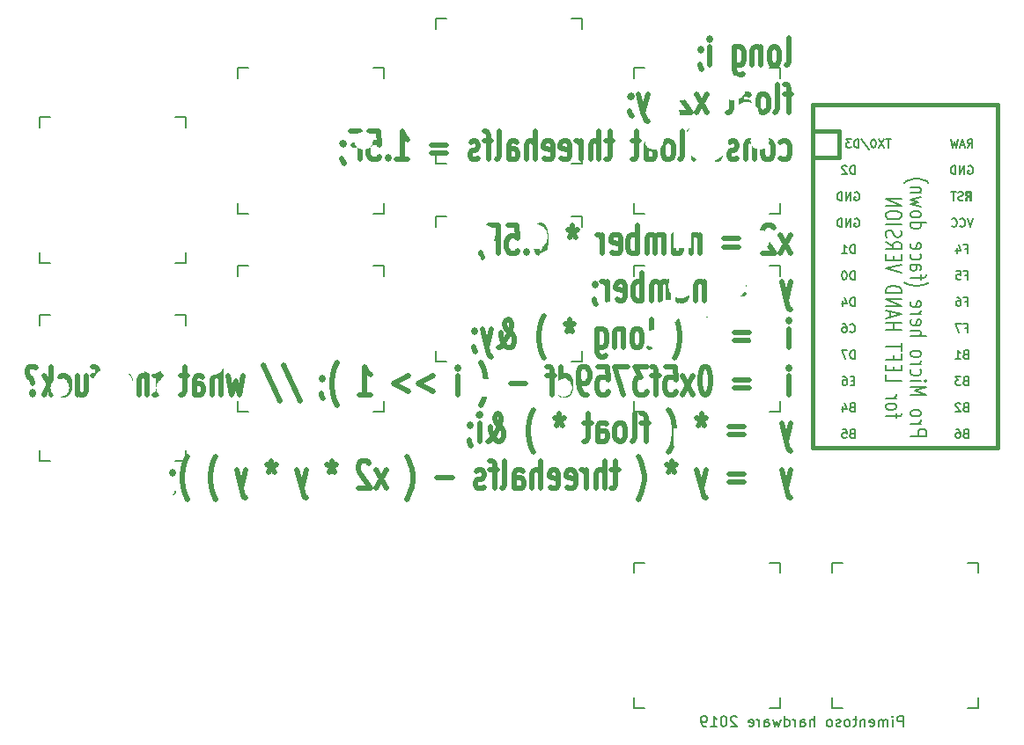
<source format=gbo>
G04 #@! TF.GenerationSoftware,KiCad,Pcbnew,(5.1.0-0)*
G04 #@! TF.CreationDate,2019-07-24T22:08:00+02:00*
G04 #@! TF.ProjectId,tutorial,7475746f-7269-4616-9c2e-6b696361645f,rev?*
G04 #@! TF.SameCoordinates,Original*
G04 #@! TF.FileFunction,Legend,Bot*
G04 #@! TF.FilePolarity,Positive*
%FSLAX46Y46*%
G04 Gerber Fmt 4.6, Leading zero omitted, Abs format (unit mm)*
G04 Created by KiCad (PCBNEW (5.1.0-0)) date 2019-07-24 22:08:00*
%MOMM*%
%LPD*%
G04 APERTURE LIST*
%ADD10C,0.475000*%
%ADD11C,0.150000*%
%ADD12C,0.381000*%
%ADD13C,1.803800*%
%ADD14C,2.388000*%
%ADD15C,4.089800*%
%ADD16O,1.702000X1.702000*%
%ADD17R,1.702000X1.702000*%
%ADD18C,1.854600*%
%ADD19R,1.854600X1.854600*%
%ADD20C,2.302000*%
G04 APERTURE END LIST*
D10*
X140953440Y-16577678D02*
X141134392Y-16449107D01*
X141224869Y-16191964D01*
X141224869Y-13877678D01*
X139958202Y-16577678D02*
X140139154Y-16449107D01*
X140229630Y-16320535D01*
X140320107Y-16063392D01*
X140320107Y-15291964D01*
X140229630Y-15034821D01*
X140139154Y-14906250D01*
X139958202Y-14777678D01*
X139686773Y-14777678D01*
X139505821Y-14906250D01*
X139415345Y-15034821D01*
X139324869Y-15291964D01*
X139324869Y-16063392D01*
X139415345Y-16320535D01*
X139505821Y-16449107D01*
X139686773Y-16577678D01*
X139958202Y-16577678D01*
X138510583Y-14777678D02*
X138510583Y-16577678D01*
X138510583Y-15034821D02*
X138420107Y-14906250D01*
X138239154Y-14777678D01*
X137967726Y-14777678D01*
X137786773Y-14906250D01*
X137696297Y-15163392D01*
X137696297Y-16577678D01*
X135977250Y-14777678D02*
X135977250Y-16963392D01*
X136067726Y-17220535D01*
X136158202Y-17349107D01*
X136339154Y-17477678D01*
X136610583Y-17477678D01*
X136791535Y-17349107D01*
X135977250Y-16449107D02*
X136158202Y-16577678D01*
X136520107Y-16577678D01*
X136701059Y-16449107D01*
X136791535Y-16320535D01*
X136882011Y-16063392D01*
X136882011Y-15291964D01*
X136791535Y-15034821D01*
X136701059Y-14906250D01*
X136520107Y-14777678D01*
X136158202Y-14777678D01*
X135977250Y-14906250D01*
X133624869Y-16577678D02*
X133624869Y-14777678D01*
X133624869Y-13877678D02*
X133715345Y-14006250D01*
X133624869Y-14134821D01*
X133534392Y-14006250D01*
X133624869Y-13877678D01*
X133624869Y-14134821D01*
X132629630Y-16449107D02*
X132629630Y-16577678D01*
X132720107Y-16834821D01*
X132810583Y-16963392D01*
X132720107Y-14906250D02*
X132629630Y-15034821D01*
X132720107Y-15163392D01*
X132810583Y-15034821D01*
X132720107Y-14906250D01*
X132720107Y-15163392D01*
X141496297Y-19302678D02*
X140772488Y-19302678D01*
X141224869Y-21102678D02*
X141224869Y-18788392D01*
X141134392Y-18531250D01*
X140953440Y-18402678D01*
X140772488Y-18402678D01*
X139867726Y-21102678D02*
X140048678Y-20974107D01*
X140139154Y-20716964D01*
X140139154Y-18402678D01*
X138872488Y-21102678D02*
X139053440Y-20974107D01*
X139143916Y-20845535D01*
X139234392Y-20588392D01*
X139234392Y-19816964D01*
X139143916Y-19559821D01*
X139053440Y-19431250D01*
X138872488Y-19302678D01*
X138601059Y-19302678D01*
X138420107Y-19431250D01*
X138329630Y-19559821D01*
X138239154Y-19816964D01*
X138239154Y-20588392D01*
X138329630Y-20845535D01*
X138420107Y-20974107D01*
X138601059Y-21102678D01*
X138872488Y-21102678D01*
X136610583Y-21102678D02*
X136610583Y-19688392D01*
X136701059Y-19431250D01*
X136882011Y-19302678D01*
X137243916Y-19302678D01*
X137424869Y-19431250D01*
X136610583Y-20974107D02*
X136791535Y-21102678D01*
X137243916Y-21102678D01*
X137424869Y-20974107D01*
X137515345Y-20716964D01*
X137515345Y-20459821D01*
X137424869Y-20202678D01*
X137243916Y-20074107D01*
X136791535Y-20074107D01*
X136610583Y-19945535D01*
X135977250Y-19302678D02*
X135253440Y-19302678D01*
X135705821Y-18402678D02*
X135705821Y-20716964D01*
X135615345Y-20974107D01*
X135434392Y-21102678D01*
X135253440Y-21102678D01*
X133353440Y-21102678D02*
X132358202Y-19302678D01*
X133353440Y-19302678D02*
X132358202Y-21102678D01*
X131724869Y-18659821D02*
X131634392Y-18531250D01*
X131453440Y-18402678D01*
X131001059Y-18402678D01*
X130820107Y-18531250D01*
X130729630Y-18659821D01*
X130639154Y-18916964D01*
X130639154Y-19174107D01*
X130729630Y-19559821D01*
X131815345Y-21102678D01*
X130639154Y-21102678D01*
X129734392Y-20974107D02*
X129734392Y-21102678D01*
X129824869Y-21359821D01*
X129915345Y-21488392D01*
X127653440Y-19302678D02*
X127201059Y-21102678D01*
X126748678Y-19302678D02*
X127201059Y-21102678D01*
X127382011Y-21745535D01*
X127472488Y-21874107D01*
X127653440Y-22002678D01*
X125934392Y-20974107D02*
X125934392Y-21102678D01*
X126024869Y-21359821D01*
X126115345Y-21488392D01*
X126024869Y-19431250D02*
X125934392Y-19559821D01*
X126024869Y-19688392D01*
X126115345Y-19559821D01*
X126024869Y-19431250D01*
X126024869Y-19688392D01*
X140410583Y-25499107D02*
X140591535Y-25627678D01*
X140953440Y-25627678D01*
X141134392Y-25499107D01*
X141224869Y-25370535D01*
X141315345Y-25113392D01*
X141315345Y-24341964D01*
X141224869Y-24084821D01*
X141134392Y-23956250D01*
X140953440Y-23827678D01*
X140591535Y-23827678D01*
X140410583Y-23956250D01*
X139324869Y-25627678D02*
X139505821Y-25499107D01*
X139596297Y-25370535D01*
X139686773Y-25113392D01*
X139686773Y-24341964D01*
X139596297Y-24084821D01*
X139505821Y-23956250D01*
X139324869Y-23827678D01*
X139053440Y-23827678D01*
X138872488Y-23956250D01*
X138782011Y-24084821D01*
X138691535Y-24341964D01*
X138691535Y-25113392D01*
X138782011Y-25370535D01*
X138872488Y-25499107D01*
X139053440Y-25627678D01*
X139324869Y-25627678D01*
X137877250Y-23827678D02*
X137877250Y-25627678D01*
X137877250Y-24084821D02*
X137786773Y-23956250D01*
X137605821Y-23827678D01*
X137334392Y-23827678D01*
X137153440Y-23956250D01*
X137062964Y-24213392D01*
X137062964Y-25627678D01*
X136248678Y-25499107D02*
X136067726Y-25627678D01*
X135705821Y-25627678D01*
X135524869Y-25499107D01*
X135434392Y-25241964D01*
X135434392Y-25113392D01*
X135524869Y-24856250D01*
X135705821Y-24727678D01*
X135977250Y-24727678D01*
X136158202Y-24599107D01*
X136248678Y-24341964D01*
X136248678Y-24213392D01*
X136158202Y-23956250D01*
X135977250Y-23827678D01*
X135705821Y-23827678D01*
X135524869Y-23956250D01*
X134891535Y-23827678D02*
X134167726Y-23827678D01*
X134620107Y-22927678D02*
X134620107Y-25241964D01*
X134529630Y-25499107D01*
X134348678Y-25627678D01*
X134167726Y-25627678D01*
X132358202Y-23827678D02*
X131634392Y-23827678D01*
X132086773Y-25627678D02*
X132086773Y-23313392D01*
X131996297Y-23056250D01*
X131815345Y-22927678D01*
X131634392Y-22927678D01*
X130729630Y-25627678D02*
X130910583Y-25499107D01*
X131001059Y-25241964D01*
X131001059Y-22927678D01*
X129734392Y-25627678D02*
X129915345Y-25499107D01*
X130005821Y-25370535D01*
X130096297Y-25113392D01*
X130096297Y-24341964D01*
X130005821Y-24084821D01*
X129915345Y-23956250D01*
X129734392Y-23827678D01*
X129462964Y-23827678D01*
X129282011Y-23956250D01*
X129191535Y-24084821D01*
X129101059Y-24341964D01*
X129101059Y-25113392D01*
X129191535Y-25370535D01*
X129282011Y-25499107D01*
X129462964Y-25627678D01*
X129734392Y-25627678D01*
X127472488Y-25627678D02*
X127472488Y-24213392D01*
X127562964Y-23956250D01*
X127743916Y-23827678D01*
X128105821Y-23827678D01*
X128286773Y-23956250D01*
X127472488Y-25499107D02*
X127653440Y-25627678D01*
X128105821Y-25627678D01*
X128286773Y-25499107D01*
X128377250Y-25241964D01*
X128377250Y-24984821D01*
X128286773Y-24727678D01*
X128105821Y-24599107D01*
X127653440Y-24599107D01*
X127472488Y-24470535D01*
X126839154Y-23827678D02*
X126115345Y-23827678D01*
X126567726Y-22927678D02*
X126567726Y-25241964D01*
X126477250Y-25499107D01*
X126296297Y-25627678D01*
X126115345Y-25627678D01*
X124305821Y-23827678D02*
X123582011Y-23827678D01*
X124034392Y-22927678D02*
X124034392Y-25241964D01*
X123943916Y-25499107D01*
X123762964Y-25627678D01*
X123582011Y-25627678D01*
X122948678Y-25627678D02*
X122948678Y-22927678D01*
X122134392Y-25627678D02*
X122134392Y-24213392D01*
X122224869Y-23956250D01*
X122405821Y-23827678D01*
X122677250Y-23827678D01*
X122858202Y-23956250D01*
X122948678Y-24084821D01*
X121229630Y-25627678D02*
X121229630Y-23827678D01*
X121229630Y-24341964D02*
X121139154Y-24084821D01*
X121048678Y-23956250D01*
X120867726Y-23827678D01*
X120686773Y-23827678D01*
X119329630Y-25499107D02*
X119510583Y-25627678D01*
X119872488Y-25627678D01*
X120053440Y-25499107D01*
X120143916Y-25241964D01*
X120143916Y-24213392D01*
X120053440Y-23956250D01*
X119872488Y-23827678D01*
X119510583Y-23827678D01*
X119329630Y-23956250D01*
X119239154Y-24213392D01*
X119239154Y-24470535D01*
X120143916Y-24727678D01*
X117701059Y-25499107D02*
X117882011Y-25627678D01*
X118243916Y-25627678D01*
X118424869Y-25499107D01*
X118515345Y-25241964D01*
X118515345Y-24213392D01*
X118424869Y-23956250D01*
X118243916Y-23827678D01*
X117882011Y-23827678D01*
X117701059Y-23956250D01*
X117610583Y-24213392D01*
X117610583Y-24470535D01*
X118515345Y-24727678D01*
X116796297Y-25627678D02*
X116796297Y-22927678D01*
X115982011Y-25627678D02*
X115982011Y-24213392D01*
X116072488Y-23956250D01*
X116253440Y-23827678D01*
X116524869Y-23827678D01*
X116705821Y-23956250D01*
X116796297Y-24084821D01*
X114262964Y-25627678D02*
X114262964Y-24213392D01*
X114353440Y-23956250D01*
X114534392Y-23827678D01*
X114896297Y-23827678D01*
X115077250Y-23956250D01*
X114262964Y-25499107D02*
X114443916Y-25627678D01*
X114896297Y-25627678D01*
X115077250Y-25499107D01*
X115167726Y-25241964D01*
X115167726Y-24984821D01*
X115077250Y-24727678D01*
X114896297Y-24599107D01*
X114443916Y-24599107D01*
X114262964Y-24470535D01*
X113086773Y-25627678D02*
X113267726Y-25499107D01*
X113358202Y-25241964D01*
X113358202Y-22927678D01*
X112634392Y-23827678D02*
X111910583Y-23827678D01*
X112362964Y-25627678D02*
X112362964Y-23313392D01*
X112272488Y-23056250D01*
X112091535Y-22927678D01*
X111910583Y-22927678D01*
X111367726Y-25499107D02*
X111186773Y-25627678D01*
X110824869Y-25627678D01*
X110643916Y-25499107D01*
X110553440Y-25241964D01*
X110553440Y-25113392D01*
X110643916Y-24856250D01*
X110824869Y-24727678D01*
X111096297Y-24727678D01*
X111277250Y-24599107D01*
X111367726Y-24341964D01*
X111367726Y-24213392D01*
X111277250Y-23956250D01*
X111096297Y-23827678D01*
X110824869Y-23827678D01*
X110643916Y-23956250D01*
X108291535Y-24213392D02*
X106843916Y-24213392D01*
X106843916Y-24984821D02*
X108291535Y-24984821D01*
X103496297Y-25627678D02*
X104582011Y-25627678D01*
X104039154Y-25627678D02*
X104039154Y-22927678D01*
X104220107Y-23313392D01*
X104401059Y-23570535D01*
X104582011Y-23699107D01*
X102682011Y-25370535D02*
X102591535Y-25499107D01*
X102682011Y-25627678D01*
X102772488Y-25499107D01*
X102682011Y-25370535D01*
X102682011Y-25627678D01*
X100872488Y-22927678D02*
X101777250Y-22927678D01*
X101867726Y-24213392D01*
X101777250Y-24084821D01*
X101596297Y-23956250D01*
X101143916Y-23956250D01*
X100962964Y-24084821D01*
X100872488Y-24213392D01*
X100782011Y-24470535D01*
X100782011Y-25113392D01*
X100872488Y-25370535D01*
X100962964Y-25499107D01*
X101143916Y-25627678D01*
X101596297Y-25627678D01*
X101777250Y-25499107D01*
X101867726Y-25370535D01*
X99334392Y-24213392D02*
X99967726Y-24213392D01*
X99967726Y-25627678D02*
X99967726Y-22927678D01*
X99062964Y-22927678D01*
X98248678Y-25499107D02*
X98248678Y-25627678D01*
X98339154Y-25884821D01*
X98429630Y-26013392D01*
X98339154Y-23956250D02*
X98248678Y-24084821D01*
X98339154Y-24213392D01*
X98429630Y-24084821D01*
X98339154Y-23956250D01*
X98339154Y-24213392D01*
X141405821Y-34677678D02*
X140410583Y-32877678D01*
X141405821Y-32877678D02*
X140410583Y-34677678D01*
X139777250Y-32234821D02*
X139686773Y-32106250D01*
X139505821Y-31977678D01*
X139053440Y-31977678D01*
X138872488Y-32106250D01*
X138782011Y-32234821D01*
X138691535Y-32491964D01*
X138691535Y-32749107D01*
X138782011Y-33134821D01*
X139867726Y-34677678D01*
X138691535Y-34677678D01*
X136429630Y-33263392D02*
X134982011Y-33263392D01*
X134982011Y-34034821D02*
X136429630Y-34034821D01*
X132629630Y-32877678D02*
X132629630Y-34677678D01*
X132629630Y-33134821D02*
X132539154Y-33006250D01*
X132358202Y-32877678D01*
X132086773Y-32877678D01*
X131905821Y-33006250D01*
X131815345Y-33263392D01*
X131815345Y-34677678D01*
X130096297Y-32877678D02*
X130096297Y-34677678D01*
X130910583Y-32877678D02*
X130910583Y-34291964D01*
X130820107Y-34549107D01*
X130639154Y-34677678D01*
X130367726Y-34677678D01*
X130186773Y-34549107D01*
X130096297Y-34420535D01*
X129191535Y-34677678D02*
X129191535Y-32877678D01*
X129191535Y-33134821D02*
X129101059Y-33006250D01*
X128920107Y-32877678D01*
X128648678Y-32877678D01*
X128467726Y-33006250D01*
X128377250Y-33263392D01*
X128377250Y-34677678D01*
X128377250Y-33263392D02*
X128286773Y-33006250D01*
X128105821Y-32877678D01*
X127834392Y-32877678D01*
X127653440Y-33006250D01*
X127562964Y-33263392D01*
X127562964Y-34677678D01*
X126658202Y-34677678D02*
X126658202Y-31977678D01*
X126658202Y-33006250D02*
X126477250Y-32877678D01*
X126115345Y-32877678D01*
X125934392Y-33006250D01*
X125843916Y-33134821D01*
X125753440Y-33391964D01*
X125753440Y-34163392D01*
X125843916Y-34420535D01*
X125934392Y-34549107D01*
X126115345Y-34677678D01*
X126477250Y-34677678D01*
X126658202Y-34549107D01*
X124215345Y-34549107D02*
X124396297Y-34677678D01*
X124758202Y-34677678D01*
X124939154Y-34549107D01*
X125029630Y-34291964D01*
X125029630Y-33263392D01*
X124939154Y-33006250D01*
X124758202Y-32877678D01*
X124396297Y-32877678D01*
X124215345Y-33006250D01*
X124124869Y-33263392D01*
X124124869Y-33520535D01*
X125029630Y-33777678D01*
X123310583Y-34677678D02*
X123310583Y-32877678D01*
X123310583Y-33391964D02*
X123220107Y-33134821D01*
X123129630Y-33006250D01*
X122948678Y-32877678D01*
X122767726Y-32877678D01*
X120415345Y-31977678D02*
X120415345Y-32620535D01*
X120867726Y-32363392D02*
X120415345Y-32620535D01*
X119962964Y-32363392D01*
X120686773Y-33134821D02*
X120415345Y-32620535D01*
X120143916Y-33134821D01*
X117429630Y-31977678D02*
X117248678Y-31977678D01*
X117067726Y-32106250D01*
X116977250Y-32234821D01*
X116886773Y-32491964D01*
X116796297Y-33006250D01*
X116796297Y-33649107D01*
X116886773Y-34163392D01*
X116977250Y-34420535D01*
X117067726Y-34549107D01*
X117248678Y-34677678D01*
X117429630Y-34677678D01*
X117610583Y-34549107D01*
X117701059Y-34420535D01*
X117791535Y-34163392D01*
X117882011Y-33649107D01*
X117882011Y-33006250D01*
X117791535Y-32491964D01*
X117701059Y-32234821D01*
X117610583Y-32106250D01*
X117429630Y-31977678D01*
X115982011Y-34420535D02*
X115891535Y-34549107D01*
X115982011Y-34677678D01*
X116072488Y-34549107D01*
X115982011Y-34420535D01*
X115982011Y-34677678D01*
X114172488Y-31977678D02*
X115077250Y-31977678D01*
X115167726Y-33263392D01*
X115077250Y-33134821D01*
X114896297Y-33006250D01*
X114443916Y-33006250D01*
X114262964Y-33134821D01*
X114172488Y-33263392D01*
X114082011Y-33520535D01*
X114082011Y-34163392D01*
X114172488Y-34420535D01*
X114262964Y-34549107D01*
X114443916Y-34677678D01*
X114896297Y-34677678D01*
X115077250Y-34549107D01*
X115167726Y-34420535D01*
X112634392Y-33263392D02*
X113267726Y-33263392D01*
X113267726Y-34677678D02*
X113267726Y-31977678D01*
X112362964Y-31977678D01*
X111548678Y-34549107D02*
X111548678Y-34677678D01*
X111639154Y-34934821D01*
X111729630Y-35063392D01*
X111639154Y-33006250D02*
X111548678Y-33134821D01*
X111639154Y-33263392D01*
X111729630Y-33134821D01*
X111639154Y-33006250D01*
X111639154Y-33263392D01*
X141405821Y-37402678D02*
X140953440Y-39202678D01*
X140501059Y-37402678D02*
X140953440Y-39202678D01*
X141134392Y-39845535D01*
X141224869Y-39974107D01*
X141405821Y-40102678D01*
X136882011Y-37788392D02*
X135434392Y-37788392D01*
X135434392Y-38559821D02*
X136882011Y-38559821D01*
X133082011Y-37402678D02*
X133082011Y-39202678D01*
X133082011Y-37659821D02*
X132991535Y-37531250D01*
X132810583Y-37402678D01*
X132539154Y-37402678D01*
X132358202Y-37531250D01*
X132267726Y-37788392D01*
X132267726Y-39202678D01*
X130548678Y-37402678D02*
X130548678Y-39202678D01*
X131362964Y-37402678D02*
X131362964Y-38816964D01*
X131272488Y-39074107D01*
X131091535Y-39202678D01*
X130820107Y-39202678D01*
X130639154Y-39074107D01*
X130548678Y-38945535D01*
X129643916Y-39202678D02*
X129643916Y-37402678D01*
X129643916Y-37659821D02*
X129553440Y-37531250D01*
X129372488Y-37402678D01*
X129101059Y-37402678D01*
X128920107Y-37531250D01*
X128829630Y-37788392D01*
X128829630Y-39202678D01*
X128829630Y-37788392D02*
X128739154Y-37531250D01*
X128558202Y-37402678D01*
X128286773Y-37402678D01*
X128105821Y-37531250D01*
X128015345Y-37788392D01*
X128015345Y-39202678D01*
X127110583Y-39202678D02*
X127110583Y-36502678D01*
X127110583Y-37531250D02*
X126929630Y-37402678D01*
X126567726Y-37402678D01*
X126386773Y-37531250D01*
X126296297Y-37659821D01*
X126205821Y-37916964D01*
X126205821Y-38688392D01*
X126296297Y-38945535D01*
X126386773Y-39074107D01*
X126567726Y-39202678D01*
X126929630Y-39202678D01*
X127110583Y-39074107D01*
X124667726Y-39074107D02*
X124848678Y-39202678D01*
X125210583Y-39202678D01*
X125391535Y-39074107D01*
X125482011Y-38816964D01*
X125482011Y-37788392D01*
X125391535Y-37531250D01*
X125210583Y-37402678D01*
X124848678Y-37402678D01*
X124667726Y-37531250D01*
X124577250Y-37788392D01*
X124577250Y-38045535D01*
X125482011Y-38302678D01*
X123762964Y-39202678D02*
X123762964Y-37402678D01*
X123762964Y-37916964D02*
X123672488Y-37659821D01*
X123582011Y-37531250D01*
X123401059Y-37402678D01*
X123220107Y-37402678D01*
X122496297Y-39074107D02*
X122496297Y-39202678D01*
X122586773Y-39459821D01*
X122677250Y-39588392D01*
X122586773Y-37531250D02*
X122496297Y-37659821D01*
X122586773Y-37788392D01*
X122677250Y-37659821D01*
X122586773Y-37531250D01*
X122586773Y-37788392D01*
X141224869Y-43727678D02*
X141224869Y-41927678D01*
X141224869Y-41027678D02*
X141315345Y-41156250D01*
X141224869Y-41284821D01*
X141134392Y-41156250D01*
X141224869Y-41027678D01*
X141224869Y-41284821D01*
X137424869Y-42313392D02*
X135977250Y-42313392D01*
X135977250Y-43084821D02*
X137424869Y-43084821D01*
X133353440Y-41027678D02*
X133353440Y-41670535D01*
X133805821Y-41413392D02*
X133353440Y-41670535D01*
X132901059Y-41413392D01*
X133624869Y-42184821D02*
X133353440Y-41670535D01*
X133082011Y-42184821D01*
X130186773Y-44756250D02*
X130277250Y-44627678D01*
X130458202Y-44241964D01*
X130548678Y-43984821D01*
X130639154Y-43599107D01*
X130729630Y-42956250D01*
X130729630Y-42441964D01*
X130639154Y-41799107D01*
X130548678Y-41413392D01*
X130458202Y-41156250D01*
X130277250Y-40770535D01*
X130186773Y-40641964D01*
X127743916Y-43727678D02*
X127924869Y-43599107D01*
X128015345Y-43341964D01*
X128015345Y-41027678D01*
X126748678Y-43727678D02*
X126929630Y-43599107D01*
X127020107Y-43470535D01*
X127110583Y-43213392D01*
X127110583Y-42441964D01*
X127020107Y-42184821D01*
X126929630Y-42056250D01*
X126748678Y-41927678D01*
X126477250Y-41927678D01*
X126296297Y-42056250D01*
X126205821Y-42184821D01*
X126115345Y-42441964D01*
X126115345Y-43213392D01*
X126205821Y-43470535D01*
X126296297Y-43599107D01*
X126477250Y-43727678D01*
X126748678Y-43727678D01*
X125301059Y-41927678D02*
X125301059Y-43727678D01*
X125301059Y-42184821D02*
X125210583Y-42056250D01*
X125029630Y-41927678D01*
X124758202Y-41927678D01*
X124577250Y-42056250D01*
X124486773Y-42313392D01*
X124486773Y-43727678D01*
X122767726Y-41927678D02*
X122767726Y-44113392D01*
X122858202Y-44370535D01*
X122948678Y-44499107D01*
X123129630Y-44627678D01*
X123401059Y-44627678D01*
X123582011Y-44499107D01*
X122767726Y-43599107D02*
X122948678Y-43727678D01*
X123310583Y-43727678D01*
X123491535Y-43599107D01*
X123582011Y-43470535D01*
X123672488Y-43213392D01*
X123672488Y-42441964D01*
X123582011Y-42184821D01*
X123491535Y-42056250D01*
X123310583Y-41927678D01*
X122948678Y-41927678D01*
X122767726Y-42056250D01*
X120143916Y-41027678D02*
X120143916Y-41670535D01*
X120596297Y-41413392D02*
X120143916Y-41670535D01*
X119691535Y-41413392D01*
X120415345Y-42184821D02*
X120143916Y-41670535D01*
X119872488Y-42184821D01*
X117701059Y-44756250D02*
X117610583Y-44627678D01*
X117429630Y-44241964D01*
X117339154Y-43984821D01*
X117248678Y-43599107D01*
X117158202Y-42956250D01*
X117158202Y-42441964D01*
X117248678Y-41799107D01*
X117339154Y-41413392D01*
X117429630Y-41156250D01*
X117610583Y-40770535D01*
X117701059Y-40641964D01*
X113267726Y-43727678D02*
X113358202Y-43727678D01*
X113539154Y-43599107D01*
X113810583Y-43213392D01*
X114262964Y-42441964D01*
X114443916Y-42056250D01*
X114534392Y-41670535D01*
X114534392Y-41413392D01*
X114443916Y-41156250D01*
X114262964Y-41027678D01*
X114172488Y-41027678D01*
X113991535Y-41156250D01*
X113901059Y-41413392D01*
X113901059Y-41541964D01*
X113991535Y-41799107D01*
X114082011Y-41927678D01*
X114624869Y-42441964D01*
X114715345Y-42570535D01*
X114805821Y-42827678D01*
X114805821Y-43213392D01*
X114715345Y-43470535D01*
X114624869Y-43599107D01*
X114443916Y-43727678D01*
X114172488Y-43727678D01*
X113991535Y-43599107D01*
X113901059Y-43470535D01*
X113629630Y-42956250D01*
X113539154Y-42570535D01*
X113539154Y-42313392D01*
X112634392Y-41927678D02*
X112182011Y-43727678D01*
X111729630Y-41927678D02*
X112182011Y-43727678D01*
X112362964Y-44370535D01*
X112453440Y-44499107D01*
X112634392Y-44627678D01*
X110915345Y-43599107D02*
X110915345Y-43727678D01*
X111005821Y-43984821D01*
X111096297Y-44113392D01*
X111005821Y-42056250D02*
X110915345Y-42184821D01*
X111005821Y-42313392D01*
X111096297Y-42184821D01*
X111005821Y-42056250D01*
X111005821Y-42313392D01*
X141224869Y-48252678D02*
X141224869Y-46452678D01*
X141224869Y-45552678D02*
X141315345Y-45681250D01*
X141224869Y-45809821D01*
X141134392Y-45681250D01*
X141224869Y-45552678D01*
X141224869Y-45809821D01*
X137424869Y-46838392D02*
X135977250Y-46838392D01*
X135977250Y-47609821D02*
X137424869Y-47609821D01*
X133262964Y-45552678D02*
X133082011Y-45552678D01*
X132901059Y-45681250D01*
X132810583Y-45809821D01*
X132720107Y-46066964D01*
X132629630Y-46581250D01*
X132629630Y-47224107D01*
X132720107Y-47738392D01*
X132810583Y-47995535D01*
X132901059Y-48124107D01*
X133082011Y-48252678D01*
X133262964Y-48252678D01*
X133443916Y-48124107D01*
X133534392Y-47995535D01*
X133624869Y-47738392D01*
X133715345Y-47224107D01*
X133715345Y-46581250D01*
X133624869Y-46066964D01*
X133534392Y-45809821D01*
X133443916Y-45681250D01*
X133262964Y-45552678D01*
X131996297Y-48252678D02*
X131001059Y-46452678D01*
X131996297Y-46452678D02*
X131001059Y-48252678D01*
X129372488Y-45552678D02*
X130277250Y-45552678D01*
X130367726Y-46838392D01*
X130277250Y-46709821D01*
X130096297Y-46581250D01*
X129643916Y-46581250D01*
X129462964Y-46709821D01*
X129372488Y-46838392D01*
X129282011Y-47095535D01*
X129282011Y-47738392D01*
X129372488Y-47995535D01*
X129462964Y-48124107D01*
X129643916Y-48252678D01*
X130096297Y-48252678D01*
X130277250Y-48124107D01*
X130367726Y-47995535D01*
X128739154Y-46452678D02*
X128015345Y-46452678D01*
X128467726Y-48252678D02*
X128467726Y-45938392D01*
X128377250Y-45681250D01*
X128196297Y-45552678D01*
X128015345Y-45552678D01*
X127562964Y-45552678D02*
X126386773Y-45552678D01*
X127020107Y-46581250D01*
X126748678Y-46581250D01*
X126567726Y-46709821D01*
X126477250Y-46838392D01*
X126386773Y-47095535D01*
X126386773Y-47738392D01*
X126477250Y-47995535D01*
X126567726Y-48124107D01*
X126748678Y-48252678D01*
X127291535Y-48252678D01*
X127472488Y-48124107D01*
X127562964Y-47995535D01*
X125753440Y-45552678D02*
X124486773Y-45552678D01*
X125301059Y-48252678D01*
X122858202Y-45552678D02*
X123762964Y-45552678D01*
X123853440Y-46838392D01*
X123762964Y-46709821D01*
X123582011Y-46581250D01*
X123129630Y-46581250D01*
X122948678Y-46709821D01*
X122858202Y-46838392D01*
X122767726Y-47095535D01*
X122767726Y-47738392D01*
X122858202Y-47995535D01*
X122948678Y-48124107D01*
X123129630Y-48252678D01*
X123582011Y-48252678D01*
X123762964Y-48124107D01*
X123853440Y-47995535D01*
X121862964Y-48252678D02*
X121501059Y-48252678D01*
X121320107Y-48124107D01*
X121229630Y-47995535D01*
X121048678Y-47609821D01*
X120958202Y-47095535D01*
X120958202Y-46066964D01*
X121048678Y-45809821D01*
X121139154Y-45681250D01*
X121320107Y-45552678D01*
X121682011Y-45552678D01*
X121862964Y-45681250D01*
X121953440Y-45809821D01*
X122043916Y-46066964D01*
X122043916Y-46709821D01*
X121953440Y-46966964D01*
X121862964Y-47095535D01*
X121682011Y-47224107D01*
X121320107Y-47224107D01*
X121139154Y-47095535D01*
X121048678Y-46966964D01*
X120958202Y-46709821D01*
X119329630Y-48252678D02*
X119329630Y-45552678D01*
X119329630Y-48124107D02*
X119510583Y-48252678D01*
X119872488Y-48252678D01*
X120053440Y-48124107D01*
X120143916Y-47995535D01*
X120234392Y-47738392D01*
X120234392Y-46966964D01*
X120143916Y-46709821D01*
X120053440Y-46581250D01*
X119872488Y-46452678D01*
X119510583Y-46452678D01*
X119329630Y-46581250D01*
X118696297Y-46452678D02*
X117972488Y-46452678D01*
X118424869Y-48252678D02*
X118424869Y-45938392D01*
X118334392Y-45681250D01*
X118153440Y-45552678D01*
X117972488Y-45552678D01*
X115891535Y-47224107D02*
X114443916Y-47224107D01*
X111548678Y-49281250D02*
X111639154Y-49152678D01*
X111820107Y-48766964D01*
X111910583Y-48509821D01*
X112001059Y-48124107D01*
X112091535Y-47481250D01*
X112091535Y-46966964D01*
X112001059Y-46324107D01*
X111910583Y-45938392D01*
X111820107Y-45681250D01*
X111639154Y-45295535D01*
X111548678Y-45166964D01*
X109377250Y-48252678D02*
X109377250Y-46452678D01*
X109377250Y-45552678D02*
X109467726Y-45681250D01*
X109377250Y-45809821D01*
X109286773Y-45681250D01*
X109377250Y-45552678D01*
X109377250Y-45809821D01*
X107024869Y-46452678D02*
X105577250Y-47224107D01*
X107024869Y-47995535D01*
X104672488Y-46452678D02*
X103224869Y-47224107D01*
X104672488Y-47995535D01*
X99877250Y-48252678D02*
X100962964Y-48252678D01*
X100420107Y-48252678D02*
X100420107Y-45552678D01*
X100601059Y-45938392D01*
X100782011Y-46195535D01*
X100962964Y-46324107D01*
X97796297Y-49281250D02*
X97705821Y-49152678D01*
X97524869Y-48766964D01*
X97434392Y-48509821D01*
X97343916Y-48124107D01*
X97253440Y-47481250D01*
X97253440Y-46966964D01*
X97343916Y-46324107D01*
X97434392Y-45938392D01*
X97524869Y-45681250D01*
X97705821Y-45295535D01*
X97796297Y-45166964D01*
X96258202Y-48124107D02*
X96258202Y-48252678D01*
X96348678Y-48509821D01*
X96439154Y-48638392D01*
X96348678Y-46581250D02*
X96258202Y-46709821D01*
X96348678Y-46838392D01*
X96439154Y-46709821D01*
X96348678Y-46581250D01*
X96348678Y-46838392D01*
X92639154Y-45424107D02*
X94267726Y-48895535D01*
X90648678Y-45424107D02*
X92277250Y-48895535D01*
X88748678Y-46452678D02*
X88386773Y-48252678D01*
X88024869Y-46966964D01*
X87662964Y-48252678D01*
X87301059Y-46452678D01*
X86577250Y-48252678D02*
X86577250Y-45552678D01*
X85762964Y-48252678D02*
X85762964Y-46838392D01*
X85853440Y-46581250D01*
X86034392Y-46452678D01*
X86305821Y-46452678D01*
X86486773Y-46581250D01*
X86577250Y-46709821D01*
X84043916Y-48252678D02*
X84043916Y-46838392D01*
X84134392Y-46581250D01*
X84315345Y-46452678D01*
X84677250Y-46452678D01*
X84858202Y-46581250D01*
X84043916Y-48124107D02*
X84224869Y-48252678D01*
X84677250Y-48252678D01*
X84858202Y-48124107D01*
X84948678Y-47866964D01*
X84948678Y-47609821D01*
X84858202Y-47352678D01*
X84677250Y-47224107D01*
X84224869Y-47224107D01*
X84043916Y-47095535D01*
X83410583Y-46452678D02*
X82686773Y-46452678D01*
X83139154Y-45552678D02*
X83139154Y-47866964D01*
X83048678Y-48124107D01*
X82867726Y-48252678D01*
X82686773Y-48252678D01*
X80877250Y-46452678D02*
X80153440Y-46452678D01*
X80605821Y-45552678D02*
X80605821Y-47866964D01*
X80515345Y-48124107D01*
X80334392Y-48252678D01*
X80153440Y-48252678D01*
X79520107Y-48252678D02*
X79520107Y-45552678D01*
X78705821Y-48252678D02*
X78705821Y-46838392D01*
X78796297Y-46581250D01*
X78977250Y-46452678D01*
X79248678Y-46452678D01*
X79429630Y-46581250D01*
X79520107Y-46709821D01*
X77077250Y-48124107D02*
X77258202Y-48252678D01*
X77620107Y-48252678D01*
X77801059Y-48124107D01*
X77891535Y-47866964D01*
X77891535Y-46838392D01*
X77801059Y-46581250D01*
X77620107Y-46452678D01*
X77258202Y-46452678D01*
X77077250Y-46581250D01*
X76986773Y-46838392D01*
X76986773Y-47095535D01*
X77891535Y-47352678D01*
X74996297Y-46452678D02*
X74272488Y-46452678D01*
X74724869Y-48252678D02*
X74724869Y-45938392D01*
X74634392Y-45681250D01*
X74453440Y-45552678D01*
X74272488Y-45552678D01*
X72824869Y-46452678D02*
X72824869Y-48252678D01*
X73639154Y-46452678D02*
X73639154Y-47866964D01*
X73548678Y-48124107D01*
X73367726Y-48252678D01*
X73096297Y-48252678D01*
X72915345Y-48124107D01*
X72824869Y-47995535D01*
X71105821Y-48124107D02*
X71286773Y-48252678D01*
X71648678Y-48252678D01*
X71829630Y-48124107D01*
X71920107Y-47995535D01*
X72010583Y-47738392D01*
X72010583Y-46966964D01*
X71920107Y-46709821D01*
X71829630Y-46581250D01*
X71648678Y-46452678D01*
X71286773Y-46452678D01*
X71105821Y-46581250D01*
X70291535Y-48252678D02*
X70291535Y-45552678D01*
X70110583Y-47224107D02*
X69567726Y-48252678D01*
X69567726Y-46452678D02*
X70291535Y-47481250D01*
X68482011Y-47995535D02*
X68391535Y-48124107D01*
X68482011Y-48252678D01*
X68572488Y-48124107D01*
X68482011Y-47995535D01*
X68482011Y-48252678D01*
X68843916Y-45681250D02*
X68662964Y-45552678D01*
X68210583Y-45552678D01*
X68029630Y-45681250D01*
X67939154Y-45938392D01*
X67939154Y-46195535D01*
X68029630Y-46452678D01*
X68120107Y-46581250D01*
X68301059Y-46709821D01*
X68391535Y-46838392D01*
X68482011Y-47095535D01*
X68482011Y-47224107D01*
X141405821Y-50977678D02*
X140953440Y-52777678D01*
X140501059Y-50977678D02*
X140953440Y-52777678D01*
X141134392Y-53420535D01*
X141224869Y-53549107D01*
X141405821Y-53677678D01*
X136882011Y-51363392D02*
X135434392Y-51363392D01*
X135434392Y-52134821D02*
X136882011Y-52134821D01*
X132810583Y-50077678D02*
X132810583Y-50720535D01*
X133262964Y-50463392D02*
X132810583Y-50720535D01*
X132358202Y-50463392D01*
X133082011Y-51234821D02*
X132810583Y-50720535D01*
X132539154Y-51234821D01*
X129643916Y-53806250D02*
X129734392Y-53677678D01*
X129915345Y-53291964D01*
X130005821Y-53034821D01*
X130096297Y-52649107D01*
X130186773Y-52006250D01*
X130186773Y-51491964D01*
X130096297Y-50849107D01*
X130005821Y-50463392D01*
X129915345Y-50206250D01*
X129734392Y-49820535D01*
X129643916Y-49691964D01*
X127743916Y-50977678D02*
X127020107Y-50977678D01*
X127472488Y-52777678D02*
X127472488Y-50463392D01*
X127382011Y-50206250D01*
X127201059Y-50077678D01*
X127020107Y-50077678D01*
X126115345Y-52777678D02*
X126296297Y-52649107D01*
X126386773Y-52391964D01*
X126386773Y-50077678D01*
X125120107Y-52777678D02*
X125301059Y-52649107D01*
X125391535Y-52520535D01*
X125482011Y-52263392D01*
X125482011Y-51491964D01*
X125391535Y-51234821D01*
X125301059Y-51106250D01*
X125120107Y-50977678D01*
X124848678Y-50977678D01*
X124667726Y-51106250D01*
X124577250Y-51234821D01*
X124486773Y-51491964D01*
X124486773Y-52263392D01*
X124577250Y-52520535D01*
X124667726Y-52649107D01*
X124848678Y-52777678D01*
X125120107Y-52777678D01*
X122858202Y-52777678D02*
X122858202Y-51363392D01*
X122948678Y-51106250D01*
X123129630Y-50977678D01*
X123491535Y-50977678D01*
X123672488Y-51106250D01*
X122858202Y-52649107D02*
X123039154Y-52777678D01*
X123491535Y-52777678D01*
X123672488Y-52649107D01*
X123762964Y-52391964D01*
X123762964Y-52134821D01*
X123672488Y-51877678D01*
X123491535Y-51749107D01*
X123039154Y-51749107D01*
X122858202Y-51620535D01*
X122224869Y-50977678D02*
X121501059Y-50977678D01*
X121953440Y-50077678D02*
X121953440Y-52391964D01*
X121862964Y-52649107D01*
X121682011Y-52777678D01*
X121501059Y-52777678D01*
X119148678Y-50077678D02*
X119148678Y-50720535D01*
X119601059Y-50463392D02*
X119148678Y-50720535D01*
X118696297Y-50463392D01*
X119420107Y-51234821D02*
X119148678Y-50720535D01*
X118877250Y-51234821D01*
X116705821Y-53806250D02*
X116615345Y-53677678D01*
X116434392Y-53291964D01*
X116343916Y-53034821D01*
X116253440Y-52649107D01*
X116162964Y-52006250D01*
X116162964Y-51491964D01*
X116253440Y-50849107D01*
X116343916Y-50463392D01*
X116434392Y-50206250D01*
X116615345Y-49820535D01*
X116705821Y-49691964D01*
X112272488Y-52777678D02*
X112362964Y-52777678D01*
X112543916Y-52649107D01*
X112815345Y-52263392D01*
X113267726Y-51491964D01*
X113448678Y-51106250D01*
X113539154Y-50720535D01*
X113539154Y-50463392D01*
X113448678Y-50206250D01*
X113267726Y-50077678D01*
X113177250Y-50077678D01*
X112996297Y-50206250D01*
X112905821Y-50463392D01*
X112905821Y-50591964D01*
X112996297Y-50849107D01*
X113086773Y-50977678D01*
X113629630Y-51491964D01*
X113720107Y-51620535D01*
X113810583Y-51877678D01*
X113810583Y-52263392D01*
X113720107Y-52520535D01*
X113629630Y-52649107D01*
X113448678Y-52777678D01*
X113177250Y-52777678D01*
X112996297Y-52649107D01*
X112905821Y-52520535D01*
X112634392Y-52006250D01*
X112543916Y-51620535D01*
X112543916Y-51363392D01*
X111458202Y-52777678D02*
X111458202Y-50977678D01*
X111458202Y-50077678D02*
X111548678Y-50206250D01*
X111458202Y-50334821D01*
X111367726Y-50206250D01*
X111458202Y-50077678D01*
X111458202Y-50334821D01*
X110462964Y-52649107D02*
X110462964Y-52777678D01*
X110553440Y-53034821D01*
X110643916Y-53163392D01*
X110553440Y-51106250D02*
X110462964Y-51234821D01*
X110553440Y-51363392D01*
X110643916Y-51234821D01*
X110553440Y-51106250D01*
X110553440Y-51363392D01*
X141405821Y-55502678D02*
X140953440Y-57302678D01*
X140501059Y-55502678D02*
X140953440Y-57302678D01*
X141134392Y-57945535D01*
X141224869Y-58074107D01*
X141405821Y-58202678D01*
X136882011Y-55888392D02*
X135434392Y-55888392D01*
X135434392Y-56659821D02*
X136882011Y-56659821D01*
X133262964Y-55502678D02*
X132810583Y-57302678D01*
X132358202Y-55502678D02*
X132810583Y-57302678D01*
X132991535Y-57945535D01*
X133082011Y-58074107D01*
X133262964Y-58202678D01*
X129915345Y-54602678D02*
X129915345Y-55245535D01*
X130367726Y-54988392D02*
X129915345Y-55245535D01*
X129462964Y-54988392D01*
X130186773Y-55759821D02*
X129915345Y-55245535D01*
X129643916Y-55759821D01*
X126748678Y-58331250D02*
X126839154Y-58202678D01*
X127020107Y-57816964D01*
X127110583Y-57559821D01*
X127201059Y-57174107D01*
X127291535Y-56531250D01*
X127291535Y-56016964D01*
X127201059Y-55374107D01*
X127110583Y-54988392D01*
X127020107Y-54731250D01*
X126839154Y-54345535D01*
X126748678Y-54216964D01*
X124848678Y-55502678D02*
X124124869Y-55502678D01*
X124577250Y-54602678D02*
X124577250Y-56916964D01*
X124486773Y-57174107D01*
X124305821Y-57302678D01*
X124124869Y-57302678D01*
X123491535Y-57302678D02*
X123491535Y-54602678D01*
X122677250Y-57302678D02*
X122677250Y-55888392D01*
X122767726Y-55631250D01*
X122948678Y-55502678D01*
X123220107Y-55502678D01*
X123401059Y-55631250D01*
X123491535Y-55759821D01*
X121772488Y-57302678D02*
X121772488Y-55502678D01*
X121772488Y-56016964D02*
X121682011Y-55759821D01*
X121591535Y-55631250D01*
X121410583Y-55502678D01*
X121229630Y-55502678D01*
X119872488Y-57174107D02*
X120053440Y-57302678D01*
X120415345Y-57302678D01*
X120596297Y-57174107D01*
X120686773Y-56916964D01*
X120686773Y-55888392D01*
X120596297Y-55631250D01*
X120415345Y-55502678D01*
X120053440Y-55502678D01*
X119872488Y-55631250D01*
X119782011Y-55888392D01*
X119782011Y-56145535D01*
X120686773Y-56402678D01*
X118243916Y-57174107D02*
X118424869Y-57302678D01*
X118786773Y-57302678D01*
X118967726Y-57174107D01*
X119058202Y-56916964D01*
X119058202Y-55888392D01*
X118967726Y-55631250D01*
X118786773Y-55502678D01*
X118424869Y-55502678D01*
X118243916Y-55631250D01*
X118153440Y-55888392D01*
X118153440Y-56145535D01*
X119058202Y-56402678D01*
X117339154Y-57302678D02*
X117339154Y-54602678D01*
X116524869Y-57302678D02*
X116524869Y-55888392D01*
X116615345Y-55631250D01*
X116796297Y-55502678D01*
X117067726Y-55502678D01*
X117248678Y-55631250D01*
X117339154Y-55759821D01*
X114805821Y-57302678D02*
X114805821Y-55888392D01*
X114896297Y-55631250D01*
X115077250Y-55502678D01*
X115439154Y-55502678D01*
X115620107Y-55631250D01*
X114805821Y-57174107D02*
X114986773Y-57302678D01*
X115439154Y-57302678D01*
X115620107Y-57174107D01*
X115710583Y-56916964D01*
X115710583Y-56659821D01*
X115620107Y-56402678D01*
X115439154Y-56274107D01*
X114986773Y-56274107D01*
X114805821Y-56145535D01*
X113629630Y-57302678D02*
X113810583Y-57174107D01*
X113901059Y-56916964D01*
X113901059Y-54602678D01*
X113177250Y-55502678D02*
X112453440Y-55502678D01*
X112905821Y-57302678D02*
X112905821Y-54988392D01*
X112815345Y-54731250D01*
X112634392Y-54602678D01*
X112453440Y-54602678D01*
X111910583Y-57174107D02*
X111729630Y-57302678D01*
X111367726Y-57302678D01*
X111186773Y-57174107D01*
X111096297Y-56916964D01*
X111096297Y-56788392D01*
X111186773Y-56531250D01*
X111367726Y-56402678D01*
X111639154Y-56402678D01*
X111820107Y-56274107D01*
X111910583Y-56016964D01*
X111910583Y-55888392D01*
X111820107Y-55631250D01*
X111639154Y-55502678D01*
X111367726Y-55502678D01*
X111186773Y-55631250D01*
X108834392Y-56274107D02*
X107386773Y-56274107D01*
X104491535Y-58331250D02*
X104582011Y-58202678D01*
X104762964Y-57816964D01*
X104853440Y-57559821D01*
X104943916Y-57174107D01*
X105034392Y-56531250D01*
X105034392Y-56016964D01*
X104943916Y-55374107D01*
X104853440Y-54988392D01*
X104762964Y-54731250D01*
X104582011Y-54345535D01*
X104491535Y-54216964D01*
X102501059Y-57302678D02*
X101505821Y-55502678D01*
X102501059Y-55502678D02*
X101505821Y-57302678D01*
X100872488Y-54859821D02*
X100782011Y-54731250D01*
X100601059Y-54602678D01*
X100148678Y-54602678D01*
X99967726Y-54731250D01*
X99877250Y-54859821D01*
X99786773Y-55116964D01*
X99786773Y-55374107D01*
X99877250Y-55759821D01*
X100962964Y-57302678D01*
X99786773Y-57302678D01*
X97253440Y-54602678D02*
X97253440Y-55245535D01*
X97705821Y-54988392D02*
X97253440Y-55245535D01*
X96801059Y-54988392D01*
X97524869Y-55759821D02*
X97253440Y-55245535D01*
X96982011Y-55759821D01*
X94810583Y-55502678D02*
X94358202Y-57302678D01*
X93905821Y-55502678D02*
X94358202Y-57302678D01*
X94539154Y-57945535D01*
X94629630Y-58074107D01*
X94810583Y-58202678D01*
X91462964Y-54602678D02*
X91462964Y-55245535D01*
X91915345Y-54988392D02*
X91462964Y-55245535D01*
X91010583Y-54988392D01*
X91734392Y-55759821D02*
X91462964Y-55245535D01*
X91191535Y-55759821D01*
X89020107Y-55502678D02*
X88567726Y-57302678D01*
X88115345Y-55502678D02*
X88567726Y-57302678D01*
X88748678Y-57945535D01*
X88839154Y-58074107D01*
X89020107Y-58202678D01*
X86124869Y-58331250D02*
X86034392Y-58202678D01*
X85853440Y-57816964D01*
X85762964Y-57559821D01*
X85672488Y-57174107D01*
X85582011Y-56531250D01*
X85582011Y-56016964D01*
X85672488Y-55374107D01*
X85762964Y-54988392D01*
X85853440Y-54731250D01*
X86034392Y-54345535D01*
X86124869Y-54216964D01*
X83410583Y-58331250D02*
X83320107Y-58202678D01*
X83139154Y-57816964D01*
X83048678Y-57559821D01*
X82958202Y-57174107D01*
X82867726Y-56531250D01*
X82867726Y-56016964D01*
X82958202Y-55374107D01*
X83048678Y-54988392D01*
X83139154Y-54731250D01*
X83320107Y-54345535D01*
X83410583Y-54216964D01*
X81872488Y-57174107D02*
X81872488Y-57302678D01*
X81962964Y-57559821D01*
X82053440Y-57688392D01*
X81962964Y-55631250D02*
X81872488Y-55759821D01*
X81962964Y-55888392D01*
X82053440Y-55759821D01*
X81962964Y-55631250D01*
X81962964Y-55888392D01*
D11*
X152921428Y-52249428D02*
X154421428Y-52249428D01*
X154421428Y-51792285D01*
X154350000Y-51678000D01*
X154278571Y-51620857D01*
X154135714Y-51563714D01*
X153921428Y-51563714D01*
X153778571Y-51620857D01*
X153707142Y-51678000D01*
X153635714Y-51792285D01*
X153635714Y-52249428D01*
X152921428Y-51049428D02*
X153921428Y-51049428D01*
X153635714Y-51049428D02*
X153778571Y-50992285D01*
X153850000Y-50935142D01*
X153921428Y-50820857D01*
X153921428Y-50706571D01*
X152921428Y-50135142D02*
X152992857Y-50249428D01*
X153064285Y-50306571D01*
X153207142Y-50363714D01*
X153635714Y-50363714D01*
X153778571Y-50306571D01*
X153850000Y-50249428D01*
X153921428Y-50135142D01*
X153921428Y-49963714D01*
X153850000Y-49849428D01*
X153778571Y-49792285D01*
X153635714Y-49735142D01*
X153207142Y-49735142D01*
X153064285Y-49792285D01*
X152992857Y-49849428D01*
X152921428Y-49963714D01*
X152921428Y-50135142D01*
X152921428Y-48306571D02*
X154421428Y-48306571D01*
X153350000Y-47906571D01*
X154421428Y-47506571D01*
X152921428Y-47506571D01*
X152921428Y-46935142D02*
X153921428Y-46935142D01*
X154421428Y-46935142D02*
X154350000Y-46992285D01*
X154278571Y-46935142D01*
X154350000Y-46878000D01*
X154421428Y-46935142D01*
X154278571Y-46935142D01*
X152992857Y-45849428D02*
X152921428Y-45963714D01*
X152921428Y-46192285D01*
X152992857Y-46306571D01*
X153064285Y-46363714D01*
X153207142Y-46420857D01*
X153635714Y-46420857D01*
X153778571Y-46363714D01*
X153850000Y-46306571D01*
X153921428Y-46192285D01*
X153921428Y-45963714D01*
X153850000Y-45849428D01*
X152921428Y-45335142D02*
X153921428Y-45335142D01*
X153635714Y-45335142D02*
X153778571Y-45278000D01*
X153850000Y-45220857D01*
X153921428Y-45106571D01*
X153921428Y-44992285D01*
X152921428Y-44420857D02*
X152992857Y-44535142D01*
X153064285Y-44592285D01*
X153207142Y-44649428D01*
X153635714Y-44649428D01*
X153778571Y-44592285D01*
X153850000Y-44535142D01*
X153921428Y-44420857D01*
X153921428Y-44249428D01*
X153850000Y-44135142D01*
X153778571Y-44078000D01*
X153635714Y-44020857D01*
X153207142Y-44020857D01*
X153064285Y-44078000D01*
X152992857Y-44135142D01*
X152921428Y-44249428D01*
X152921428Y-44420857D01*
X152921428Y-42592285D02*
X154421428Y-42592285D01*
X152921428Y-42078000D02*
X153707142Y-42078000D01*
X153850000Y-42135142D01*
X153921428Y-42249428D01*
X153921428Y-42420857D01*
X153850000Y-42535142D01*
X153778571Y-42592285D01*
X152992857Y-41049428D02*
X152921428Y-41163714D01*
X152921428Y-41392285D01*
X152992857Y-41506571D01*
X153135714Y-41563714D01*
X153707142Y-41563714D01*
X153850000Y-41506571D01*
X153921428Y-41392285D01*
X153921428Y-41163714D01*
X153850000Y-41049428D01*
X153707142Y-40992285D01*
X153564285Y-40992285D01*
X153421428Y-41563714D01*
X152921428Y-40478000D02*
X153921428Y-40478000D01*
X153635714Y-40478000D02*
X153778571Y-40420857D01*
X153850000Y-40363714D01*
X153921428Y-40249428D01*
X153921428Y-40135142D01*
X152992857Y-39278000D02*
X152921428Y-39392285D01*
X152921428Y-39620857D01*
X152992857Y-39735142D01*
X153135714Y-39792285D01*
X153707142Y-39792285D01*
X153850000Y-39735142D01*
X153921428Y-39620857D01*
X153921428Y-39392285D01*
X153850000Y-39278000D01*
X153707142Y-39220857D01*
X153564285Y-39220857D01*
X153421428Y-39792285D01*
X152350000Y-37449428D02*
X152421428Y-37506571D01*
X152635714Y-37620857D01*
X152778571Y-37678000D01*
X152992857Y-37735142D01*
X153350000Y-37792285D01*
X153635714Y-37792285D01*
X153992857Y-37735142D01*
X154207142Y-37678000D01*
X154350000Y-37620857D01*
X154564285Y-37506571D01*
X154635714Y-37449428D01*
X153921428Y-37163714D02*
X153921428Y-36706571D01*
X152921428Y-36992285D02*
X154207142Y-36992285D01*
X154350000Y-36935142D01*
X154421428Y-36820857D01*
X154421428Y-36706571D01*
X152921428Y-35792285D02*
X153707142Y-35792285D01*
X153850000Y-35849428D01*
X153921428Y-35963714D01*
X153921428Y-36192285D01*
X153850000Y-36306571D01*
X152992857Y-35792285D02*
X152921428Y-35906571D01*
X152921428Y-36192285D01*
X152992857Y-36306571D01*
X153135714Y-36363714D01*
X153278571Y-36363714D01*
X153421428Y-36306571D01*
X153492857Y-36192285D01*
X153492857Y-35906571D01*
X153564285Y-35792285D01*
X152992857Y-34706571D02*
X152921428Y-34820857D01*
X152921428Y-35049428D01*
X152992857Y-35163714D01*
X153064285Y-35220857D01*
X153207142Y-35278000D01*
X153635714Y-35278000D01*
X153778571Y-35220857D01*
X153850000Y-35163714D01*
X153921428Y-35049428D01*
X153921428Y-34820857D01*
X153850000Y-34706571D01*
X152992857Y-33735142D02*
X152921428Y-33849428D01*
X152921428Y-34078000D01*
X152992857Y-34192285D01*
X153135714Y-34249428D01*
X153707142Y-34249428D01*
X153850000Y-34192285D01*
X153921428Y-34078000D01*
X153921428Y-33849428D01*
X153850000Y-33735142D01*
X153707142Y-33678000D01*
X153564285Y-33678000D01*
X153421428Y-34249428D01*
X152921428Y-31735142D02*
X154421428Y-31735142D01*
X152992857Y-31735142D02*
X152921428Y-31849428D01*
X152921428Y-32078000D01*
X152992857Y-32192285D01*
X153064285Y-32249428D01*
X153207142Y-32306571D01*
X153635714Y-32306571D01*
X153778571Y-32249428D01*
X153850000Y-32192285D01*
X153921428Y-32078000D01*
X153921428Y-31849428D01*
X153850000Y-31735142D01*
X152921428Y-30992285D02*
X152992857Y-31106571D01*
X153064285Y-31163714D01*
X153207142Y-31220857D01*
X153635714Y-31220857D01*
X153778571Y-31163714D01*
X153850000Y-31106571D01*
X153921428Y-30992285D01*
X153921428Y-30820857D01*
X153850000Y-30706571D01*
X153778571Y-30649428D01*
X153635714Y-30592285D01*
X153207142Y-30592285D01*
X153064285Y-30649428D01*
X152992857Y-30706571D01*
X152921428Y-30820857D01*
X152921428Y-30992285D01*
X153921428Y-30192285D02*
X152921428Y-29963714D01*
X153635714Y-29735142D01*
X152921428Y-29506571D01*
X153921428Y-29278000D01*
X153921428Y-28820857D02*
X152921428Y-28820857D01*
X153778571Y-28820857D02*
X153850000Y-28763714D01*
X153921428Y-28649428D01*
X153921428Y-28478000D01*
X153850000Y-28363714D01*
X153707142Y-28306571D01*
X152921428Y-28306571D01*
X152350000Y-27849428D02*
X152421428Y-27792285D01*
X152635714Y-27678000D01*
X152778571Y-27620857D01*
X152992857Y-27563714D01*
X153350000Y-27506571D01*
X153635714Y-27506571D01*
X153992857Y-27563714D01*
X154207142Y-27620857D01*
X154350000Y-27678000D01*
X154564285Y-27792285D01*
X154635714Y-27849428D01*
X151521428Y-50535142D02*
X151521428Y-50078000D01*
X150521428Y-50363714D02*
X151807142Y-50363714D01*
X151950000Y-50306571D01*
X152021428Y-50192285D01*
X152021428Y-50078000D01*
X150521428Y-49506571D02*
X150592857Y-49620857D01*
X150664285Y-49678000D01*
X150807142Y-49735142D01*
X151235714Y-49735142D01*
X151378571Y-49678000D01*
X151450000Y-49620857D01*
X151521428Y-49506571D01*
X151521428Y-49335142D01*
X151450000Y-49220857D01*
X151378571Y-49163714D01*
X151235714Y-49106571D01*
X150807142Y-49106571D01*
X150664285Y-49163714D01*
X150592857Y-49220857D01*
X150521428Y-49335142D01*
X150521428Y-49506571D01*
X150521428Y-48592285D02*
X151521428Y-48592285D01*
X151235714Y-48592285D02*
X151378571Y-48535142D01*
X151450000Y-48478000D01*
X151521428Y-48363714D01*
X151521428Y-48249428D01*
X150521428Y-46363714D02*
X150521428Y-46935142D01*
X152021428Y-46935142D01*
X151307142Y-45963714D02*
X151307142Y-45563714D01*
X150521428Y-45392285D02*
X150521428Y-45963714D01*
X152021428Y-45963714D01*
X152021428Y-45392285D01*
X151307142Y-44478000D02*
X151307142Y-44878000D01*
X150521428Y-44878000D02*
X152021428Y-44878000D01*
X152021428Y-44306571D01*
X152021428Y-44020857D02*
X152021428Y-43335142D01*
X150521428Y-43678000D02*
X152021428Y-43678000D01*
X150521428Y-42020857D02*
X152021428Y-42020857D01*
X151307142Y-42020857D02*
X151307142Y-41335142D01*
X150521428Y-41335142D02*
X152021428Y-41335142D01*
X150950000Y-40820857D02*
X150950000Y-40249428D01*
X150521428Y-40935142D02*
X152021428Y-40535142D01*
X150521428Y-40135142D01*
X150521428Y-39735142D02*
X152021428Y-39735142D01*
X150521428Y-39049428D01*
X152021428Y-39049428D01*
X150521428Y-38478000D02*
X152021428Y-38478000D01*
X152021428Y-38192285D01*
X151950000Y-38020857D01*
X151807142Y-37906571D01*
X151664285Y-37849428D01*
X151378571Y-37792285D01*
X151164285Y-37792285D01*
X150878571Y-37849428D01*
X150735714Y-37906571D01*
X150592857Y-38020857D01*
X150521428Y-38192285D01*
X150521428Y-38478000D01*
X152021428Y-36535142D02*
X150521428Y-36135142D01*
X152021428Y-35735142D01*
X151307142Y-35335142D02*
X151307142Y-34935142D01*
X150521428Y-34763714D02*
X150521428Y-35335142D01*
X152021428Y-35335142D01*
X152021428Y-34763714D01*
X150521428Y-33563714D02*
X151235714Y-33963714D01*
X150521428Y-34249428D02*
X152021428Y-34249428D01*
X152021428Y-33792285D01*
X151950000Y-33678000D01*
X151878571Y-33620857D01*
X151735714Y-33563714D01*
X151521428Y-33563714D01*
X151378571Y-33620857D01*
X151307142Y-33678000D01*
X151235714Y-33792285D01*
X151235714Y-34249428D01*
X150592857Y-33106571D02*
X150521428Y-32935142D01*
X150521428Y-32649428D01*
X150592857Y-32535142D01*
X150664285Y-32478000D01*
X150807142Y-32420857D01*
X150950000Y-32420857D01*
X151092857Y-32478000D01*
X151164285Y-32535142D01*
X151235714Y-32649428D01*
X151307142Y-32878000D01*
X151378571Y-32992285D01*
X151450000Y-33049428D01*
X151592857Y-33106571D01*
X151735714Y-33106571D01*
X151878571Y-33049428D01*
X151950000Y-32992285D01*
X152021428Y-32878000D01*
X152021428Y-32592285D01*
X151950000Y-32420857D01*
X150521428Y-31906571D02*
X152021428Y-31906571D01*
X152021428Y-31106571D02*
X152021428Y-30878000D01*
X151950000Y-30763714D01*
X151807142Y-30649428D01*
X151521428Y-30592285D01*
X151021428Y-30592285D01*
X150735714Y-30649428D01*
X150592857Y-30763714D01*
X150521428Y-30878000D01*
X150521428Y-31106571D01*
X150592857Y-31220857D01*
X150735714Y-31335142D01*
X151021428Y-31392285D01*
X151521428Y-31392285D01*
X151807142Y-31335142D01*
X151950000Y-31220857D01*
X152021428Y-31106571D01*
X150521428Y-30078000D02*
X152021428Y-30078000D01*
X150521428Y-29392285D01*
X152021428Y-29392285D01*
X152184476Y-80208380D02*
X152184476Y-79208380D01*
X151803523Y-79208380D01*
X151708285Y-79256000D01*
X151660666Y-79303619D01*
X151613047Y-79398857D01*
X151613047Y-79541714D01*
X151660666Y-79636952D01*
X151708285Y-79684571D01*
X151803523Y-79732190D01*
X152184476Y-79732190D01*
X151184476Y-80208380D02*
X151184476Y-79541714D01*
X151184476Y-79208380D02*
X151232095Y-79256000D01*
X151184476Y-79303619D01*
X151136857Y-79256000D01*
X151184476Y-79208380D01*
X151184476Y-79303619D01*
X150708285Y-80208380D02*
X150708285Y-79541714D01*
X150708285Y-79636952D02*
X150660666Y-79589333D01*
X150565428Y-79541714D01*
X150422571Y-79541714D01*
X150327333Y-79589333D01*
X150279714Y-79684571D01*
X150279714Y-80208380D01*
X150279714Y-79684571D02*
X150232095Y-79589333D01*
X150136857Y-79541714D01*
X149994000Y-79541714D01*
X149898761Y-79589333D01*
X149851142Y-79684571D01*
X149851142Y-80208380D01*
X148994000Y-80160761D02*
X149089238Y-80208380D01*
X149279714Y-80208380D01*
X149374952Y-80160761D01*
X149422571Y-80065523D01*
X149422571Y-79684571D01*
X149374952Y-79589333D01*
X149279714Y-79541714D01*
X149089238Y-79541714D01*
X148994000Y-79589333D01*
X148946380Y-79684571D01*
X148946380Y-79779809D01*
X149422571Y-79875047D01*
X148517809Y-79541714D02*
X148517809Y-80208380D01*
X148517809Y-79636952D02*
X148470190Y-79589333D01*
X148374952Y-79541714D01*
X148232095Y-79541714D01*
X148136857Y-79589333D01*
X148089238Y-79684571D01*
X148089238Y-80208380D01*
X147755904Y-79541714D02*
X147374952Y-79541714D01*
X147613047Y-79208380D02*
X147613047Y-80065523D01*
X147565428Y-80160761D01*
X147470190Y-80208380D01*
X147374952Y-80208380D01*
X146898761Y-80208380D02*
X146994000Y-80160761D01*
X147041619Y-80113142D01*
X147089238Y-80017904D01*
X147089238Y-79732190D01*
X147041619Y-79636952D01*
X146994000Y-79589333D01*
X146898761Y-79541714D01*
X146755904Y-79541714D01*
X146660666Y-79589333D01*
X146613047Y-79636952D01*
X146565428Y-79732190D01*
X146565428Y-80017904D01*
X146613047Y-80113142D01*
X146660666Y-80160761D01*
X146755904Y-80208380D01*
X146898761Y-80208380D01*
X146184476Y-80160761D02*
X146089238Y-80208380D01*
X145898761Y-80208380D01*
X145803523Y-80160761D01*
X145755904Y-80065523D01*
X145755904Y-80017904D01*
X145803523Y-79922666D01*
X145898761Y-79875047D01*
X146041619Y-79875047D01*
X146136857Y-79827428D01*
X146184476Y-79732190D01*
X146184476Y-79684571D01*
X146136857Y-79589333D01*
X146041619Y-79541714D01*
X145898761Y-79541714D01*
X145803523Y-79589333D01*
X145184476Y-80208380D02*
X145279714Y-80160761D01*
X145327333Y-80113142D01*
X145374952Y-80017904D01*
X145374952Y-79732190D01*
X145327333Y-79636952D01*
X145279714Y-79589333D01*
X145184476Y-79541714D01*
X145041619Y-79541714D01*
X144946380Y-79589333D01*
X144898761Y-79636952D01*
X144851142Y-79732190D01*
X144851142Y-80017904D01*
X144898761Y-80113142D01*
X144946380Y-80160761D01*
X145041619Y-80208380D01*
X145184476Y-80208380D01*
X143660666Y-80208380D02*
X143660666Y-79208380D01*
X143232095Y-80208380D02*
X143232095Y-79684571D01*
X143279714Y-79589333D01*
X143374952Y-79541714D01*
X143517809Y-79541714D01*
X143613047Y-79589333D01*
X143660666Y-79636952D01*
X142327333Y-80208380D02*
X142327333Y-79684571D01*
X142374952Y-79589333D01*
X142470190Y-79541714D01*
X142660666Y-79541714D01*
X142755904Y-79589333D01*
X142327333Y-80160761D02*
X142422571Y-80208380D01*
X142660666Y-80208380D01*
X142755904Y-80160761D01*
X142803523Y-80065523D01*
X142803523Y-79970285D01*
X142755904Y-79875047D01*
X142660666Y-79827428D01*
X142422571Y-79827428D01*
X142327333Y-79779809D01*
X141851142Y-80208380D02*
X141851142Y-79541714D01*
X141851142Y-79732190D02*
X141803523Y-79636952D01*
X141755904Y-79589333D01*
X141660666Y-79541714D01*
X141565428Y-79541714D01*
X140803523Y-80208380D02*
X140803523Y-79208380D01*
X140803523Y-80160761D02*
X140898761Y-80208380D01*
X141089238Y-80208380D01*
X141184476Y-80160761D01*
X141232095Y-80113142D01*
X141279714Y-80017904D01*
X141279714Y-79732190D01*
X141232095Y-79636952D01*
X141184476Y-79589333D01*
X141089238Y-79541714D01*
X140898761Y-79541714D01*
X140803523Y-79589333D01*
X140422571Y-79541714D02*
X140232095Y-80208380D01*
X140041619Y-79732190D01*
X139851142Y-80208380D01*
X139660666Y-79541714D01*
X138851142Y-80208380D02*
X138851142Y-79684571D01*
X138898761Y-79589333D01*
X138994000Y-79541714D01*
X139184476Y-79541714D01*
X139279714Y-79589333D01*
X138851142Y-80160761D02*
X138946380Y-80208380D01*
X139184476Y-80208380D01*
X139279714Y-80160761D01*
X139327333Y-80065523D01*
X139327333Y-79970285D01*
X139279714Y-79875047D01*
X139184476Y-79827428D01*
X138946380Y-79827428D01*
X138851142Y-79779809D01*
X138374952Y-80208380D02*
X138374952Y-79541714D01*
X138374952Y-79732190D02*
X138327333Y-79636952D01*
X138279714Y-79589333D01*
X138184476Y-79541714D01*
X138089238Y-79541714D01*
X137374952Y-80160761D02*
X137470190Y-80208380D01*
X137660666Y-80208380D01*
X137755904Y-80160761D01*
X137803523Y-80065523D01*
X137803523Y-79684571D01*
X137755904Y-79589333D01*
X137660666Y-79541714D01*
X137470190Y-79541714D01*
X137374952Y-79589333D01*
X137327333Y-79684571D01*
X137327333Y-79779809D01*
X137803523Y-79875047D01*
X136184476Y-79303619D02*
X136136857Y-79256000D01*
X136041619Y-79208380D01*
X135803523Y-79208380D01*
X135708285Y-79256000D01*
X135660666Y-79303619D01*
X135613047Y-79398857D01*
X135613047Y-79494095D01*
X135660666Y-79636952D01*
X136232095Y-80208380D01*
X135613047Y-80208380D01*
X134994000Y-79208380D02*
X134898761Y-79208380D01*
X134803523Y-79256000D01*
X134755904Y-79303619D01*
X134708285Y-79398857D01*
X134660666Y-79589333D01*
X134660666Y-79827428D01*
X134708285Y-80017904D01*
X134755904Y-80113142D01*
X134803523Y-80160761D01*
X134898761Y-80208380D01*
X134994000Y-80208380D01*
X135089238Y-80160761D01*
X135136857Y-80113142D01*
X135184476Y-80017904D01*
X135232095Y-79827428D01*
X135232095Y-79589333D01*
X135184476Y-79398857D01*
X135136857Y-79303619D01*
X135089238Y-79256000D01*
X134994000Y-79208380D01*
X133708285Y-80208380D02*
X134279714Y-80208380D01*
X133994000Y-80208380D02*
X133994000Y-79208380D01*
X134089238Y-79351238D01*
X134184476Y-79446476D01*
X134279714Y-79494095D01*
X133232095Y-80208380D02*
X133041619Y-80208380D01*
X132946380Y-80160761D01*
X132898761Y-80113142D01*
X132803523Y-79970285D01*
X132755904Y-79779809D01*
X132755904Y-79398857D01*
X132803523Y-79303619D01*
X132851142Y-79256000D01*
X132946380Y-79208380D01*
X133136857Y-79208380D01*
X133232095Y-79256000D01*
X133279714Y-79303619D01*
X133327333Y-79398857D01*
X133327333Y-79636952D01*
X133279714Y-79732190D01*
X133232095Y-79779809D01*
X133136857Y-79827428D01*
X132946380Y-79827428D01*
X132851142Y-79779809D01*
X132803523Y-79732190D01*
X132755904Y-79636952D01*
X145400000Y-64437500D02*
X146400000Y-64437500D01*
X158400000Y-64437500D02*
X159400000Y-64437500D01*
X159400000Y-64437500D02*
X159400000Y-65437500D01*
X159400000Y-78437500D02*
X158400000Y-78437500D01*
X159400000Y-77437500D02*
X159400000Y-78437500D01*
X146400000Y-78437500D02*
X145400000Y-78437500D01*
X145400000Y-78437500D02*
X145400000Y-77437500D01*
X145400000Y-65437500D02*
X145400000Y-64437500D01*
X126350000Y-64437500D02*
X127350000Y-64437500D01*
X139350000Y-64437500D02*
X140350000Y-64437500D01*
X140350000Y-64437500D02*
X140350000Y-65437500D01*
X140350000Y-78437500D02*
X139350000Y-78437500D01*
X140350000Y-77437500D02*
X140350000Y-78437500D01*
X127350000Y-78437500D02*
X126350000Y-78437500D01*
X126350000Y-78437500D02*
X126350000Y-77437500D01*
X126350000Y-65437500D02*
X126350000Y-64437500D01*
X126350000Y-35862500D02*
X127350000Y-35862500D01*
X139350000Y-35862500D02*
X140350000Y-35862500D01*
X140350000Y-35862500D02*
X140350000Y-36862500D01*
X140350000Y-49862500D02*
X139350000Y-49862500D01*
X140350000Y-48862500D02*
X140350000Y-49862500D01*
X127350000Y-49862500D02*
X126350000Y-49862500D01*
X126350000Y-49862500D02*
X126350000Y-48862500D01*
X126350000Y-36862500D02*
X126350000Y-35862500D01*
X107300000Y-31100000D02*
X108300000Y-31100000D01*
X120300000Y-31100000D02*
X121300000Y-31100000D01*
X121300000Y-31100000D02*
X121300000Y-32100000D01*
X121300000Y-45100000D02*
X120300000Y-45100000D01*
X121300000Y-44100000D02*
X121300000Y-45100000D01*
X108300000Y-45100000D02*
X107300000Y-45100000D01*
X107300000Y-45100000D02*
X107300000Y-44100000D01*
X107300000Y-32100000D02*
X107300000Y-31100000D01*
X88250000Y-35862500D02*
X89250000Y-35862500D01*
X101250000Y-35862500D02*
X102250000Y-35862500D01*
X102250000Y-35862500D02*
X102250000Y-36862500D01*
X102250000Y-49862500D02*
X101250000Y-49862500D01*
X102250000Y-48862500D02*
X102250000Y-49862500D01*
X89250000Y-49862500D02*
X88250000Y-49862500D01*
X88250000Y-49862500D02*
X88250000Y-48862500D01*
X88250000Y-36862500D02*
X88250000Y-35862500D01*
X69200000Y-40625000D02*
X70200000Y-40625000D01*
X82200000Y-40625000D02*
X83200000Y-40625000D01*
X83200000Y-40625000D02*
X83200000Y-41625000D01*
X83200000Y-54625000D02*
X82200000Y-54625000D01*
X83200000Y-53625000D02*
X83200000Y-54625000D01*
X70200000Y-54625000D02*
X69200000Y-54625000D01*
X69200000Y-54625000D02*
X69200000Y-53625000D01*
X69200000Y-41625000D02*
X69200000Y-40625000D01*
X126350000Y-16812500D02*
X127350000Y-16812500D01*
X139350000Y-16812500D02*
X140350000Y-16812500D01*
X140350000Y-16812500D02*
X140350000Y-17812500D01*
X140350000Y-30812500D02*
X139350000Y-30812500D01*
X140350000Y-29812500D02*
X140350000Y-30812500D01*
X127350000Y-30812500D02*
X126350000Y-30812500D01*
X126350000Y-30812500D02*
X126350000Y-29812500D01*
X126350000Y-17812500D02*
X126350000Y-16812500D01*
X107300000Y-12050000D02*
X108300000Y-12050000D01*
X120300000Y-12050000D02*
X121300000Y-12050000D01*
X121300000Y-12050000D02*
X121300000Y-13050000D01*
X121300000Y-26050000D02*
X120300000Y-26050000D01*
X121300000Y-25050000D02*
X121300000Y-26050000D01*
X108300000Y-26050000D02*
X107300000Y-26050000D01*
X107300000Y-26050000D02*
X107300000Y-25050000D01*
X107300000Y-13050000D02*
X107300000Y-12050000D01*
X88250000Y-16812500D02*
X89250000Y-16812500D01*
X101250000Y-16812500D02*
X102250000Y-16812500D01*
X102250000Y-16812500D02*
X102250000Y-17812500D01*
X102250000Y-30812500D02*
X101250000Y-30812500D01*
X102250000Y-29812500D02*
X102250000Y-30812500D01*
X89250000Y-30812500D02*
X88250000Y-30812500D01*
X88250000Y-30812500D02*
X88250000Y-29812500D01*
X88250000Y-17812500D02*
X88250000Y-16812500D01*
X69200000Y-21575000D02*
X70200000Y-21575000D01*
X82200000Y-21575000D02*
X83200000Y-21575000D01*
X83200000Y-21575000D02*
X83200000Y-22575000D01*
X83200000Y-35575000D02*
X82200000Y-35575000D01*
X83200000Y-34575000D02*
X83200000Y-35575000D01*
X70200000Y-35575000D02*
X69200000Y-35575000D01*
X69200000Y-35575000D02*
X69200000Y-34575000D01*
X69200000Y-22575000D02*
X69200000Y-21575000D01*
D12*
X146050000Y-22860000D02*
X143510000Y-22860000D01*
X161290000Y-20320000D02*
X143510000Y-20320000D01*
X143510000Y-20320000D02*
X143510000Y-53340000D01*
X143510000Y-53340000D02*
X161290000Y-53340000D01*
X161290000Y-53340000D02*
X161290000Y-20320000D01*
D11*
G36*
X158244635Y-28749030D02*
G01*
X158244635Y-28849030D01*
X158744635Y-28849030D01*
X158744635Y-28749030D01*
X158244635Y-28749030D01*
G37*
X158244635Y-28749030D02*
X158244635Y-28849030D01*
X158744635Y-28849030D01*
X158744635Y-28749030D01*
X158244635Y-28749030D01*
G36*
X158244635Y-28749030D02*
G01*
X158244635Y-29049030D01*
X158344635Y-29049030D01*
X158344635Y-28749030D01*
X158244635Y-28749030D01*
G37*
X158244635Y-28749030D02*
X158244635Y-29049030D01*
X158344635Y-29049030D01*
X158344635Y-28749030D01*
X158244635Y-28749030D01*
G36*
X158244635Y-29349030D02*
G01*
X158244635Y-29549030D01*
X158344635Y-29549030D01*
X158344635Y-29349030D01*
X158244635Y-29349030D01*
G37*
X158244635Y-29349030D02*
X158244635Y-29549030D01*
X158344635Y-29549030D01*
X158344635Y-29349030D01*
X158244635Y-29349030D01*
G36*
X158644635Y-28749030D02*
G01*
X158644635Y-29549030D01*
X158744635Y-29549030D01*
X158744635Y-28749030D01*
X158644635Y-28749030D01*
G37*
X158644635Y-28749030D02*
X158644635Y-29549030D01*
X158744635Y-29549030D01*
X158744635Y-28749030D01*
X158644635Y-28749030D01*
G36*
X158444635Y-29149030D02*
G01*
X158444635Y-29249030D01*
X158544635Y-29249030D01*
X158544635Y-29149030D01*
X158444635Y-29149030D01*
G37*
X158444635Y-29149030D02*
X158444635Y-29249030D01*
X158544635Y-29249030D01*
X158544635Y-29149030D01*
X158444635Y-29149030D01*
D12*
X146050000Y-22860000D02*
X146050000Y-25400000D01*
X146050000Y-25400000D02*
X143510000Y-25400000D01*
D11*
X157973333Y-29513809D02*
X157859047Y-29551904D01*
X157668571Y-29551904D01*
X157592380Y-29513809D01*
X157554285Y-29475714D01*
X157516190Y-29399523D01*
X157516190Y-29323333D01*
X157554285Y-29247142D01*
X157592380Y-29209047D01*
X157668571Y-29170952D01*
X157820952Y-29132857D01*
X157897142Y-29094761D01*
X157935238Y-29056666D01*
X157973333Y-28980476D01*
X157973333Y-28904285D01*
X157935238Y-28828095D01*
X157897142Y-28790000D01*
X157820952Y-28751904D01*
X157630476Y-28751904D01*
X157516190Y-28790000D01*
X157287619Y-28751904D02*
X156830476Y-28751904D01*
X157059047Y-29551904D02*
X157059047Y-28751904D01*
X151018604Y-23691904D02*
X150561461Y-23691904D01*
X150790032Y-24491904D02*
X150790032Y-23691904D01*
X150370985Y-23691904D02*
X149837651Y-24491904D01*
X149837651Y-23691904D02*
X150370985Y-24491904D01*
X149380508Y-23691904D02*
X149304318Y-23691904D01*
X149228128Y-23730000D01*
X149190032Y-23768095D01*
X149151937Y-23844285D01*
X149113842Y-23996666D01*
X149113842Y-24187142D01*
X149151937Y-24339523D01*
X149190032Y-24415714D01*
X149228128Y-24453809D01*
X149304318Y-24491904D01*
X149380508Y-24491904D01*
X149456699Y-24453809D01*
X149494794Y-24415714D01*
X149532889Y-24339523D01*
X149570985Y-24187142D01*
X149570985Y-23996666D01*
X149532889Y-23844285D01*
X149494794Y-23768095D01*
X149456699Y-23730000D01*
X149380508Y-23691904D01*
X148199556Y-23653809D02*
X148885270Y-24682380D01*
X147932889Y-24491904D02*
X147932889Y-23691904D01*
X147742413Y-23691904D01*
X147628128Y-23730000D01*
X147551937Y-23806190D01*
X147513842Y-23882380D01*
X147475747Y-24034761D01*
X147475747Y-24149047D01*
X147513842Y-24301428D01*
X147551937Y-24377619D01*
X147628128Y-24453809D01*
X147742413Y-24491904D01*
X147932889Y-24491904D01*
X147209080Y-23691904D02*
X146713842Y-23691904D01*
X146980508Y-23996666D01*
X146866223Y-23996666D01*
X146790032Y-24034761D01*
X146751937Y-24072857D01*
X146713842Y-24149047D01*
X146713842Y-24339523D01*
X146751937Y-24415714D01*
X146790032Y-24453809D01*
X146866223Y-24491904D01*
X147094794Y-24491904D01*
X147170985Y-24453809D01*
X147209080Y-24415714D01*
X158184809Y-49472857D02*
X158070523Y-49510952D01*
X158032428Y-49549047D01*
X157994333Y-49625238D01*
X157994333Y-49739523D01*
X158032428Y-49815714D01*
X158070523Y-49853809D01*
X158146714Y-49891904D01*
X158451476Y-49891904D01*
X158451476Y-49091904D01*
X158184809Y-49091904D01*
X158108619Y-49130000D01*
X158070523Y-49168095D01*
X158032428Y-49244285D01*
X158032428Y-49320476D01*
X158070523Y-49396666D01*
X158108619Y-49434761D01*
X158184809Y-49472857D01*
X158451476Y-49472857D01*
X157689571Y-49168095D02*
X157651476Y-49130000D01*
X157575285Y-49091904D01*
X157384809Y-49091904D01*
X157308619Y-49130000D01*
X157270523Y-49168095D01*
X157232428Y-49244285D01*
X157232428Y-49320476D01*
X157270523Y-49434761D01*
X157727666Y-49891904D01*
X157232428Y-49891904D01*
X158127666Y-41852857D02*
X158394333Y-41852857D01*
X158394333Y-42271904D02*
X158394333Y-41471904D01*
X158013380Y-41471904D01*
X157784809Y-41471904D02*
X157251476Y-41471904D01*
X157594333Y-42271904D01*
X158127666Y-39312857D02*
X158394333Y-39312857D01*
X158394333Y-39731904D02*
X158394333Y-38931904D01*
X158013380Y-38931904D01*
X157365761Y-38931904D02*
X157518142Y-38931904D01*
X157594333Y-38970000D01*
X157632428Y-39008095D01*
X157708619Y-39122380D01*
X157746714Y-39274761D01*
X157746714Y-39579523D01*
X157708619Y-39655714D01*
X157670523Y-39693809D01*
X157594333Y-39731904D01*
X157441952Y-39731904D01*
X157365761Y-39693809D01*
X157327666Y-39655714D01*
X157289571Y-39579523D01*
X157289571Y-39389047D01*
X157327666Y-39312857D01*
X157365761Y-39274761D01*
X157441952Y-39236666D01*
X157594333Y-39236666D01*
X157670523Y-39274761D01*
X157708619Y-39312857D01*
X157746714Y-39389047D01*
X158127666Y-36772857D02*
X158394333Y-36772857D01*
X158394333Y-37191904D02*
X158394333Y-36391904D01*
X158013380Y-36391904D01*
X157327666Y-36391904D02*
X157708619Y-36391904D01*
X157746714Y-36772857D01*
X157708619Y-36734761D01*
X157632428Y-36696666D01*
X157441952Y-36696666D01*
X157365761Y-36734761D01*
X157327666Y-36772857D01*
X157289571Y-36849047D01*
X157289571Y-37039523D01*
X157327666Y-37115714D01*
X157365761Y-37153809D01*
X157441952Y-37191904D01*
X157632428Y-37191904D01*
X157708619Y-37153809D01*
X157746714Y-37115714D01*
X158413380Y-24491904D02*
X158680047Y-24110952D01*
X158870523Y-24491904D02*
X158870523Y-23691904D01*
X158565761Y-23691904D01*
X158489571Y-23730000D01*
X158451476Y-23768095D01*
X158413380Y-23844285D01*
X158413380Y-23958571D01*
X158451476Y-24034761D01*
X158489571Y-24072857D01*
X158565761Y-24110952D01*
X158870523Y-24110952D01*
X158108619Y-24263333D02*
X157727666Y-24263333D01*
X158184809Y-24491904D02*
X157918142Y-23691904D01*
X157651476Y-24491904D01*
X157461000Y-23691904D02*
X157270523Y-24491904D01*
X157118142Y-23920476D01*
X156965761Y-24491904D01*
X156775285Y-23691904D01*
X158470523Y-26270000D02*
X158546714Y-26231904D01*
X158661000Y-26231904D01*
X158775285Y-26270000D01*
X158851476Y-26346190D01*
X158889571Y-26422380D01*
X158927666Y-26574761D01*
X158927666Y-26689047D01*
X158889571Y-26841428D01*
X158851476Y-26917619D01*
X158775285Y-26993809D01*
X158661000Y-27031904D01*
X158584809Y-27031904D01*
X158470523Y-26993809D01*
X158432428Y-26955714D01*
X158432428Y-26689047D01*
X158584809Y-26689047D01*
X158089571Y-27031904D02*
X158089571Y-26231904D01*
X157632428Y-27031904D01*
X157632428Y-26231904D01*
X157251476Y-27031904D02*
X157251476Y-26231904D01*
X157061000Y-26231904D01*
X156946714Y-26270000D01*
X156870523Y-26346190D01*
X156832428Y-26422380D01*
X156794333Y-26574761D01*
X156794333Y-26689047D01*
X156832428Y-26841428D01*
X156870523Y-26917619D01*
X156946714Y-26993809D01*
X157061000Y-27031904D01*
X157251476Y-27031904D01*
X158927666Y-31311904D02*
X158661000Y-32111904D01*
X158394333Y-31311904D01*
X157670523Y-32035714D02*
X157708619Y-32073809D01*
X157822904Y-32111904D01*
X157899095Y-32111904D01*
X158013380Y-32073809D01*
X158089571Y-31997619D01*
X158127666Y-31921428D01*
X158165761Y-31769047D01*
X158165761Y-31654761D01*
X158127666Y-31502380D01*
X158089571Y-31426190D01*
X158013380Y-31350000D01*
X157899095Y-31311904D01*
X157822904Y-31311904D01*
X157708619Y-31350000D01*
X157670523Y-31388095D01*
X156870523Y-32035714D02*
X156908619Y-32073809D01*
X157022904Y-32111904D01*
X157099095Y-32111904D01*
X157213380Y-32073809D01*
X157289571Y-31997619D01*
X157327666Y-31921428D01*
X157365761Y-31769047D01*
X157365761Y-31654761D01*
X157327666Y-31502380D01*
X157289571Y-31426190D01*
X157213380Y-31350000D01*
X157099095Y-31311904D01*
X157022904Y-31311904D01*
X156908619Y-31350000D01*
X156870523Y-31388095D01*
X158127666Y-34232857D02*
X158394333Y-34232857D01*
X158394333Y-34651904D02*
X158394333Y-33851904D01*
X158013380Y-33851904D01*
X157365761Y-34118571D02*
X157365761Y-34651904D01*
X157556238Y-33813809D02*
X157746714Y-34385238D01*
X157251476Y-34385238D01*
X158184809Y-44392857D02*
X158070523Y-44430952D01*
X158032428Y-44469047D01*
X157994333Y-44545238D01*
X157994333Y-44659523D01*
X158032428Y-44735714D01*
X158070523Y-44773809D01*
X158146714Y-44811904D01*
X158451476Y-44811904D01*
X158451476Y-44011904D01*
X158184809Y-44011904D01*
X158108619Y-44050000D01*
X158070523Y-44088095D01*
X158032428Y-44164285D01*
X158032428Y-44240476D01*
X158070523Y-44316666D01*
X158108619Y-44354761D01*
X158184809Y-44392857D01*
X158451476Y-44392857D01*
X157232428Y-44811904D02*
X157689571Y-44811904D01*
X157461000Y-44811904D02*
X157461000Y-44011904D01*
X157537190Y-44126190D01*
X157613380Y-44202380D01*
X157689571Y-44240476D01*
X158184809Y-46932857D02*
X158070523Y-46970952D01*
X158032428Y-47009047D01*
X157994333Y-47085238D01*
X157994333Y-47199523D01*
X158032428Y-47275714D01*
X158070523Y-47313809D01*
X158146714Y-47351904D01*
X158451476Y-47351904D01*
X158451476Y-46551904D01*
X158184809Y-46551904D01*
X158108619Y-46590000D01*
X158070523Y-46628095D01*
X158032428Y-46704285D01*
X158032428Y-46780476D01*
X158070523Y-46856666D01*
X158108619Y-46894761D01*
X158184809Y-46932857D01*
X158451476Y-46932857D01*
X157727666Y-46551904D02*
X157232428Y-46551904D01*
X157499095Y-46856666D01*
X157384809Y-46856666D01*
X157308619Y-46894761D01*
X157270523Y-46932857D01*
X157232428Y-47009047D01*
X157232428Y-47199523D01*
X157270523Y-47275714D01*
X157308619Y-47313809D01*
X157384809Y-47351904D01*
X157613380Y-47351904D01*
X157689571Y-47313809D01*
X157727666Y-47275714D01*
X158184809Y-52012857D02*
X158070523Y-52050952D01*
X158032428Y-52089047D01*
X157994333Y-52165238D01*
X157994333Y-52279523D01*
X158032428Y-52355714D01*
X158070523Y-52393809D01*
X158146714Y-52431904D01*
X158451476Y-52431904D01*
X158451476Y-51631904D01*
X158184809Y-51631904D01*
X158108619Y-51670000D01*
X158070523Y-51708095D01*
X158032428Y-51784285D01*
X158032428Y-51860476D01*
X158070523Y-51936666D01*
X158108619Y-51974761D01*
X158184809Y-52012857D01*
X158451476Y-52012857D01*
X157308619Y-51631904D02*
X157461000Y-51631904D01*
X157537190Y-51670000D01*
X157575285Y-51708095D01*
X157651476Y-51822380D01*
X157689571Y-51974761D01*
X157689571Y-52279523D01*
X157651476Y-52355714D01*
X157613380Y-52393809D01*
X157537190Y-52431904D01*
X157384809Y-52431904D01*
X157308619Y-52393809D01*
X157270523Y-52355714D01*
X157232428Y-52279523D01*
X157232428Y-52089047D01*
X157270523Y-52012857D01*
X157308619Y-51974761D01*
X157384809Y-51936666D01*
X157537190Y-51936666D01*
X157613380Y-51974761D01*
X157651476Y-52012857D01*
X157689571Y-52089047D01*
X147262809Y-52012857D02*
X147148523Y-52050952D01*
X147110428Y-52089047D01*
X147072333Y-52165238D01*
X147072333Y-52279523D01*
X147110428Y-52355714D01*
X147148523Y-52393809D01*
X147224714Y-52431904D01*
X147529476Y-52431904D01*
X147529476Y-51631904D01*
X147262809Y-51631904D01*
X147186619Y-51670000D01*
X147148523Y-51708095D01*
X147110428Y-51784285D01*
X147110428Y-51860476D01*
X147148523Y-51936666D01*
X147186619Y-51974761D01*
X147262809Y-52012857D01*
X147529476Y-52012857D01*
X146348523Y-51631904D02*
X146729476Y-51631904D01*
X146767571Y-52012857D01*
X146729476Y-51974761D01*
X146653285Y-51936666D01*
X146462809Y-51936666D01*
X146386619Y-51974761D01*
X146348523Y-52012857D01*
X146310428Y-52089047D01*
X146310428Y-52279523D01*
X146348523Y-52355714D01*
X146386619Y-52393809D01*
X146462809Y-52431904D01*
X146653285Y-52431904D01*
X146729476Y-52393809D01*
X146767571Y-52355714D01*
X147262809Y-49472857D02*
X147148523Y-49510952D01*
X147110428Y-49549047D01*
X147072333Y-49625238D01*
X147072333Y-49739523D01*
X147110428Y-49815714D01*
X147148523Y-49853809D01*
X147224714Y-49891904D01*
X147529476Y-49891904D01*
X147529476Y-49091904D01*
X147262809Y-49091904D01*
X147186619Y-49130000D01*
X147148523Y-49168095D01*
X147110428Y-49244285D01*
X147110428Y-49320476D01*
X147148523Y-49396666D01*
X147186619Y-49434761D01*
X147262809Y-49472857D01*
X147529476Y-49472857D01*
X146386619Y-49358571D02*
X146386619Y-49891904D01*
X146577095Y-49053809D02*
X146767571Y-49625238D01*
X146272333Y-49625238D01*
X147491380Y-46932857D02*
X147224714Y-46932857D01*
X147110428Y-47351904D02*
X147491380Y-47351904D01*
X147491380Y-46551904D01*
X147110428Y-46551904D01*
X146424714Y-46551904D02*
X146577095Y-46551904D01*
X146653285Y-46590000D01*
X146691380Y-46628095D01*
X146767571Y-46742380D01*
X146805666Y-46894761D01*
X146805666Y-47199523D01*
X146767571Y-47275714D01*
X146729476Y-47313809D01*
X146653285Y-47351904D01*
X146500904Y-47351904D01*
X146424714Y-47313809D01*
X146386619Y-47275714D01*
X146348523Y-47199523D01*
X146348523Y-47009047D01*
X146386619Y-46932857D01*
X146424714Y-46894761D01*
X146500904Y-46856666D01*
X146653285Y-46856666D01*
X146729476Y-46894761D01*
X146767571Y-46932857D01*
X146805666Y-47009047D01*
X147529476Y-44811904D02*
X147529476Y-44011904D01*
X147339000Y-44011904D01*
X147224714Y-44050000D01*
X147148523Y-44126190D01*
X147110428Y-44202380D01*
X147072333Y-44354761D01*
X147072333Y-44469047D01*
X147110428Y-44621428D01*
X147148523Y-44697619D01*
X147224714Y-44773809D01*
X147339000Y-44811904D01*
X147529476Y-44811904D01*
X146805666Y-44011904D02*
X146272333Y-44011904D01*
X146615190Y-44811904D01*
X147072333Y-42195714D02*
X147110428Y-42233809D01*
X147224714Y-42271904D01*
X147300904Y-42271904D01*
X147415190Y-42233809D01*
X147491380Y-42157619D01*
X147529476Y-42081428D01*
X147567571Y-41929047D01*
X147567571Y-41814761D01*
X147529476Y-41662380D01*
X147491380Y-41586190D01*
X147415190Y-41510000D01*
X147300904Y-41471904D01*
X147224714Y-41471904D01*
X147110428Y-41510000D01*
X147072333Y-41548095D01*
X146386619Y-41471904D02*
X146539000Y-41471904D01*
X146615190Y-41510000D01*
X146653285Y-41548095D01*
X146729476Y-41662380D01*
X146767571Y-41814761D01*
X146767571Y-42119523D01*
X146729476Y-42195714D01*
X146691380Y-42233809D01*
X146615190Y-42271904D01*
X146462809Y-42271904D01*
X146386619Y-42233809D01*
X146348523Y-42195714D01*
X146310428Y-42119523D01*
X146310428Y-41929047D01*
X146348523Y-41852857D01*
X146386619Y-41814761D01*
X146462809Y-41776666D01*
X146615190Y-41776666D01*
X146691380Y-41814761D01*
X146729476Y-41852857D01*
X146767571Y-41929047D01*
X147529476Y-39731904D02*
X147529476Y-38931904D01*
X147339000Y-38931904D01*
X147224714Y-38970000D01*
X147148523Y-39046190D01*
X147110428Y-39122380D01*
X147072333Y-39274761D01*
X147072333Y-39389047D01*
X147110428Y-39541428D01*
X147148523Y-39617619D01*
X147224714Y-39693809D01*
X147339000Y-39731904D01*
X147529476Y-39731904D01*
X146386619Y-39198571D02*
X146386619Y-39731904D01*
X146577095Y-38893809D02*
X146767571Y-39465238D01*
X146272333Y-39465238D01*
X147548523Y-28810000D02*
X147624714Y-28771904D01*
X147739000Y-28771904D01*
X147853285Y-28810000D01*
X147929476Y-28886190D01*
X147967571Y-28962380D01*
X148005666Y-29114761D01*
X148005666Y-29229047D01*
X147967571Y-29381428D01*
X147929476Y-29457619D01*
X147853285Y-29533809D01*
X147739000Y-29571904D01*
X147662809Y-29571904D01*
X147548523Y-29533809D01*
X147510428Y-29495714D01*
X147510428Y-29229047D01*
X147662809Y-29229047D01*
X147167571Y-29571904D02*
X147167571Y-28771904D01*
X146710428Y-29571904D01*
X146710428Y-28771904D01*
X146329476Y-29571904D02*
X146329476Y-28771904D01*
X146139000Y-28771904D01*
X146024714Y-28810000D01*
X145948523Y-28886190D01*
X145910428Y-28962380D01*
X145872333Y-29114761D01*
X145872333Y-29229047D01*
X145910428Y-29381428D01*
X145948523Y-29457619D01*
X146024714Y-29533809D01*
X146139000Y-29571904D01*
X146329476Y-29571904D01*
X147548523Y-31350000D02*
X147624714Y-31311904D01*
X147739000Y-31311904D01*
X147853285Y-31350000D01*
X147929476Y-31426190D01*
X147967571Y-31502380D01*
X148005666Y-31654761D01*
X148005666Y-31769047D01*
X147967571Y-31921428D01*
X147929476Y-31997619D01*
X147853285Y-32073809D01*
X147739000Y-32111904D01*
X147662809Y-32111904D01*
X147548523Y-32073809D01*
X147510428Y-32035714D01*
X147510428Y-31769047D01*
X147662809Y-31769047D01*
X147167571Y-32111904D02*
X147167571Y-31311904D01*
X146710428Y-32111904D01*
X146710428Y-31311904D01*
X146329476Y-32111904D02*
X146329476Y-31311904D01*
X146139000Y-31311904D01*
X146024714Y-31350000D01*
X145948523Y-31426190D01*
X145910428Y-31502380D01*
X145872333Y-31654761D01*
X145872333Y-31769047D01*
X145910428Y-31921428D01*
X145948523Y-31997619D01*
X146024714Y-32073809D01*
X146139000Y-32111904D01*
X146329476Y-32111904D01*
X147529476Y-34651904D02*
X147529476Y-33851904D01*
X147339000Y-33851904D01*
X147224714Y-33890000D01*
X147148523Y-33966190D01*
X147110428Y-34042380D01*
X147072333Y-34194761D01*
X147072333Y-34309047D01*
X147110428Y-34461428D01*
X147148523Y-34537619D01*
X147224714Y-34613809D01*
X147339000Y-34651904D01*
X147529476Y-34651904D01*
X146310428Y-34651904D02*
X146767571Y-34651904D01*
X146539000Y-34651904D02*
X146539000Y-33851904D01*
X146615190Y-33966190D01*
X146691380Y-34042380D01*
X146767571Y-34080476D01*
X147529476Y-37191904D02*
X147529476Y-36391904D01*
X147339000Y-36391904D01*
X147224714Y-36430000D01*
X147148523Y-36506190D01*
X147110428Y-36582380D01*
X147072333Y-36734761D01*
X147072333Y-36849047D01*
X147110428Y-37001428D01*
X147148523Y-37077619D01*
X147224714Y-37153809D01*
X147339000Y-37191904D01*
X147529476Y-37191904D01*
X146577095Y-36391904D02*
X146500904Y-36391904D01*
X146424714Y-36430000D01*
X146386619Y-36468095D01*
X146348523Y-36544285D01*
X146310428Y-36696666D01*
X146310428Y-36887142D01*
X146348523Y-37039523D01*
X146386619Y-37115714D01*
X146424714Y-37153809D01*
X146500904Y-37191904D01*
X146577095Y-37191904D01*
X146653285Y-37153809D01*
X146691380Y-37115714D01*
X146729476Y-37039523D01*
X146767571Y-36887142D01*
X146767571Y-36696666D01*
X146729476Y-36544285D01*
X146691380Y-36468095D01*
X146653285Y-36430000D01*
X146577095Y-36391904D01*
X147529476Y-27031904D02*
X147529476Y-26231904D01*
X147339000Y-26231904D01*
X147224714Y-26270000D01*
X147148523Y-26346190D01*
X147110428Y-26422380D01*
X147072333Y-26574761D01*
X147072333Y-26689047D01*
X147110428Y-26841428D01*
X147148523Y-26917619D01*
X147224714Y-26993809D01*
X147339000Y-27031904D01*
X147529476Y-27031904D01*
X146767571Y-26308095D02*
X146729476Y-26270000D01*
X146653285Y-26231904D01*
X146462809Y-26231904D01*
X146386619Y-26270000D01*
X146348523Y-26308095D01*
X146310428Y-26384285D01*
X146310428Y-26460476D01*
X146348523Y-26574761D01*
X146805666Y-27031904D01*
X146310428Y-27031904D01*
%LPC*%
D13*
X147320000Y-71437500D03*
X157480000Y-71437500D03*
D14*
X148590000Y-68897500D03*
D15*
X152400000Y-71437500D03*
D14*
X154940000Y-66357500D03*
X149860000Y-66357500D03*
X156210000Y-68897500D03*
D13*
X128270000Y-71437500D03*
X138430000Y-71437500D03*
D14*
X129540000Y-68897500D03*
D15*
X133350000Y-71437500D03*
D14*
X135890000Y-66357500D03*
X130810000Y-66357500D03*
X137160000Y-68897500D03*
D13*
X128270000Y-42862500D03*
X138430000Y-42862500D03*
D14*
X129540000Y-40322500D03*
D15*
X133350000Y-42862500D03*
D14*
X135890000Y-37782500D03*
X130810000Y-37782500D03*
X137160000Y-40322500D03*
D13*
X109220000Y-38100000D03*
X119380000Y-38100000D03*
D14*
X110490000Y-35560000D03*
D15*
X114300000Y-38100000D03*
D14*
X116840000Y-33020000D03*
X111760000Y-33020000D03*
X118110000Y-35560000D03*
D13*
X90170000Y-42862500D03*
X100330000Y-42862500D03*
D14*
X91440000Y-40322500D03*
D15*
X95250000Y-42862500D03*
D14*
X97790000Y-37782500D03*
X92710000Y-37782500D03*
X99060000Y-40322500D03*
D13*
X71120000Y-47625000D03*
X81280000Y-47625000D03*
D14*
X72390000Y-45085000D03*
D15*
X76200000Y-47625000D03*
D14*
X78740000Y-42545000D03*
X73660000Y-42545000D03*
X80010000Y-45085000D03*
D13*
X128270000Y-23812500D03*
X138430000Y-23812500D03*
D14*
X129540000Y-21272500D03*
D15*
X133350000Y-23812500D03*
D14*
X135890000Y-18732500D03*
X130810000Y-18732500D03*
X137160000Y-21272500D03*
D13*
X109220000Y-19050000D03*
X119380000Y-19050000D03*
D14*
X110490000Y-16510000D03*
D15*
X114300000Y-19050000D03*
D14*
X116840000Y-13970000D03*
X111760000Y-13970000D03*
X118110000Y-16510000D03*
D13*
X90170000Y-23812500D03*
X100330000Y-23812500D03*
D14*
X91440000Y-21272500D03*
D15*
X95250000Y-23812500D03*
D14*
X97790000Y-18732500D03*
X92710000Y-18732500D03*
X99060000Y-21272500D03*
D13*
X71120000Y-28575000D03*
X81280000Y-28575000D03*
D14*
X72390000Y-26035000D03*
D15*
X76200000Y-28575000D03*
D14*
X78740000Y-23495000D03*
X73660000Y-23495000D03*
X80010000Y-26035000D03*
D16*
X157638750Y-61912500D03*
D17*
X150018750Y-61912500D03*
D16*
X138588750Y-61912500D03*
D17*
X130968750Y-61912500D03*
D16*
X138588750Y-52387500D03*
D17*
X130968750Y-52387500D03*
D16*
X119538750Y-47625000D03*
D17*
X111918750Y-47625000D03*
D16*
X100488750Y-52387500D03*
D17*
X92868750Y-52387500D03*
D16*
X81438750Y-57150000D03*
D17*
X73818750Y-57150000D03*
D16*
X138588750Y-33337500D03*
D17*
X130968750Y-33337500D03*
D16*
X119538750Y-28575000D03*
D17*
X111918750Y-28575000D03*
D16*
X100488750Y-33337500D03*
D17*
X92868750Y-33337500D03*
D16*
X81438750Y-38100000D03*
D17*
X73818750Y-38100000D03*
D18*
X160020000Y-24130000D03*
X144780000Y-52070000D03*
X160020000Y-26670000D03*
X160020000Y-29210000D03*
X160020000Y-31750000D03*
X160020000Y-34290000D03*
X160020000Y-36830000D03*
X160020000Y-39370000D03*
X160020000Y-41910000D03*
X160020000Y-44450000D03*
X160020000Y-46990000D03*
X160020000Y-49530000D03*
X160020000Y-52070000D03*
X144780000Y-49530000D03*
X144780000Y-46990000D03*
X144780000Y-44450000D03*
X144780000Y-41910000D03*
X144780000Y-39370000D03*
X144780000Y-36830000D03*
X144780000Y-34290000D03*
X144780000Y-31750000D03*
X144780000Y-29210000D03*
X144780000Y-26670000D03*
D19*
X144780000Y-24130000D03*
D20*
X85725000Y-45243750D03*
X123825000Y-40481250D03*
X142875000Y-71437500D03*
X123825000Y-21431250D03*
X85725000Y-26193750D03*
M02*

</source>
